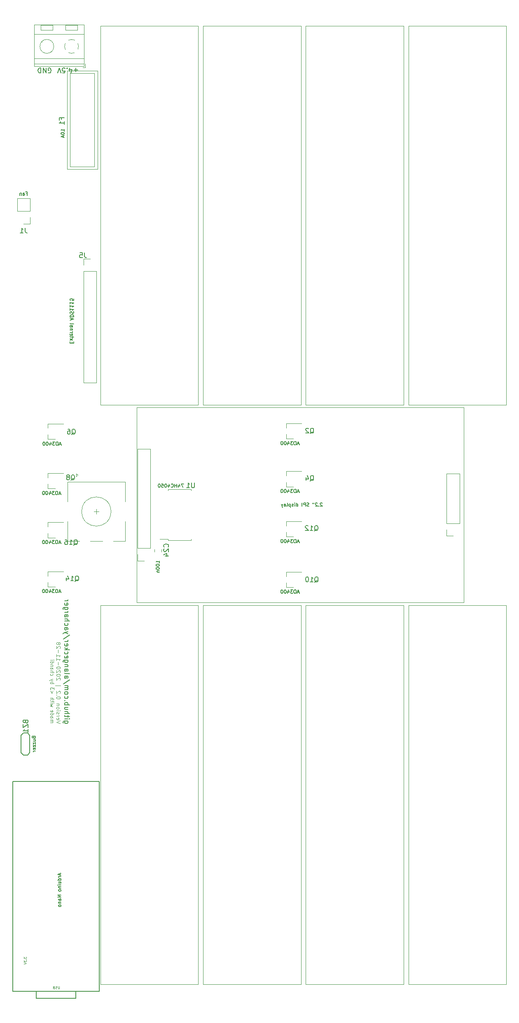
<source format=gbr>
%TF.GenerationSoftware,KiCad,Pcbnew,5.1.8*%
%TF.CreationDate,2020-12-26T20:56:00+01:00*%
%TF.ProjectId,charger2,63686172-6765-4723-922e-6b696361645f,rev?*%
%TF.SameCoordinates,Original*%
%TF.FileFunction,Legend,Bot*%
%TF.FilePolarity,Positive*%
%FSLAX46Y46*%
G04 Gerber Fmt 4.6, Leading zero omitted, Abs format (unit mm)*
G04 Created by KiCad (PCBNEW 5.1.8) date 2020-12-26 20:56:00*
%MOMM*%
%LPD*%
G01*
G04 APERTURE LIST*
%ADD10C,0.150000*%
%ADD11C,0.100000*%
%ADD12C,0.120000*%
%ADD13C,0.075000*%
%ADD14O,1.400000X1.400000*%
%ADD15C,1.400000*%
%ADD16C,3.500000*%
%ADD17R,3.500000X3.500000*%
%ADD18C,3.200000*%
%ADD19O,2.400000X2.400000*%
%ADD20C,2.400000*%
%ADD21R,1.700000X1.700000*%
%ADD22O,1.700000X1.700000*%
%ADD23C,1.727200*%
%ADD24R,1.727200X1.727200*%
%ADD25C,1.850000*%
%ADD26O,3.800000X8.000000*%
%ADD27R,1.000000X1.000000*%
%ADD28C,5.500000*%
%ADD29R,2.000000X2.000000*%
%ADD30C,2.000000*%
%ADD31R,2.000000X3.200000*%
%ADD32R,1.900000X0.800000*%
%ADD33R,2.100000X2.100000*%
%ADD34C,2.100000*%
G04 APERTURE END LIST*
D10*
X-4780095Y-5816000D02*
X-4684857Y-5863619D01*
X-4541999Y-5863619D01*
X-4399142Y-5816000D01*
X-4303904Y-5720761D01*
X-4256285Y-5625523D01*
X-4208666Y-5435047D01*
X-4208666Y-5292190D01*
X-4256285Y-5101714D01*
X-4303904Y-5006476D01*
X-4399142Y-4911238D01*
X-4541999Y-4863619D01*
X-4637238Y-4863619D01*
X-4780095Y-4911238D01*
X-4827714Y-4958857D01*
X-4827714Y-5292190D01*
X-4637238Y-5292190D01*
X-5256285Y-4863619D02*
X-5256285Y-5863619D01*
X-5827714Y-4863619D01*
X-5827714Y-5863619D01*
X-6303904Y-4863619D02*
X-6303904Y-5863619D01*
X-6542000Y-5863619D01*
X-6684857Y-5816000D01*
X-6780095Y-5720761D01*
X-6827714Y-5625523D01*
X-6875333Y-5435047D01*
X-6875333Y-5292190D01*
X-6827714Y-5101714D01*
X-6780095Y-5006476D01*
X-6684857Y-4911238D01*
X-6542000Y-4863619D01*
X-6303904Y-4863619D01*
X1284000Y-5244571D02*
X522095Y-5244571D01*
X903047Y-4863619D02*
X903047Y-5625523D01*
X-382666Y-5530285D02*
X-382666Y-4863619D01*
X-144571Y-5911238D02*
X93523Y-5196952D01*
X-525523Y-5196952D01*
X-906476Y-4958857D02*
X-954095Y-4911238D01*
X-906476Y-4863619D01*
X-858857Y-4911238D01*
X-906476Y-4958857D01*
X-906476Y-4863619D01*
X-1858857Y-5863619D02*
X-1382666Y-5863619D01*
X-1335047Y-5387428D01*
X-1382666Y-5435047D01*
X-1477904Y-5482666D01*
X-1715999Y-5482666D01*
X-1811238Y-5435047D01*
X-1858857Y-5387428D01*
X-1906476Y-5292190D01*
X-1906476Y-5054095D01*
X-1858857Y-4958857D01*
X-1811238Y-4911238D01*
X-1715999Y-4863619D01*
X-1477904Y-4863619D01*
X-1382666Y-4911238D01*
X-1335047Y-4958857D01*
X-2192190Y-5863619D02*
X-2525523Y-4863619D01*
X-2858857Y-5863619D01*
D11*
X-4334666Y-139511333D02*
X-3868000Y-139511333D01*
X-3934666Y-139511333D02*
X-3901333Y-139478000D01*
X-3868000Y-139411333D01*
X-3868000Y-139311333D01*
X-3901333Y-139244666D01*
X-3968000Y-139211333D01*
X-4334666Y-139211333D01*
X-3968000Y-139211333D02*
X-3901333Y-139178000D01*
X-3868000Y-139111333D01*
X-3868000Y-139011333D01*
X-3901333Y-138944666D01*
X-3968000Y-138911333D01*
X-4334666Y-138911333D01*
X-4334666Y-138278000D02*
X-3968000Y-138278000D01*
X-3901333Y-138311333D01*
X-3868000Y-138378000D01*
X-3868000Y-138511333D01*
X-3901333Y-138578000D01*
X-4301333Y-138278000D02*
X-4334666Y-138344666D01*
X-4334666Y-138511333D01*
X-4301333Y-138578000D01*
X-4234666Y-138611333D01*
X-4168000Y-138611333D01*
X-4101333Y-138578000D01*
X-4068000Y-138511333D01*
X-4068000Y-138344666D01*
X-4034666Y-138278000D01*
X-4334666Y-137644666D02*
X-3634666Y-137644666D01*
X-4301333Y-137644666D02*
X-4334666Y-137711333D01*
X-4334666Y-137844666D01*
X-4301333Y-137911333D01*
X-4268000Y-137944666D01*
X-4201333Y-137978000D01*
X-4001333Y-137978000D01*
X-3934666Y-137944666D01*
X-3901333Y-137911333D01*
X-3868000Y-137844666D01*
X-3868000Y-137711333D01*
X-3901333Y-137644666D01*
X-4301333Y-137044666D02*
X-4334666Y-137111333D01*
X-4334666Y-137244666D01*
X-4301333Y-137311333D01*
X-4234666Y-137344666D01*
X-3968000Y-137344666D01*
X-3901333Y-137311333D01*
X-3868000Y-137244666D01*
X-3868000Y-137111333D01*
X-3901333Y-137044666D01*
X-3968000Y-137011333D01*
X-4034666Y-137011333D01*
X-4101333Y-137344666D01*
X-3868000Y-136244666D02*
X-4334666Y-136111333D01*
X-4001333Y-135978000D01*
X-4334666Y-135844666D01*
X-3868000Y-135711333D01*
X-4334666Y-135444666D02*
X-3868000Y-135444666D01*
X-3634666Y-135444666D02*
X-3668000Y-135478000D01*
X-3701333Y-135444666D01*
X-3668000Y-135411333D01*
X-3634666Y-135444666D01*
X-3701333Y-135444666D01*
X-3868000Y-135211333D02*
X-3868000Y-134944666D01*
X-3634666Y-135111333D02*
X-4234666Y-135111333D01*
X-4301333Y-135078000D01*
X-4334666Y-135011333D01*
X-4334666Y-134944666D01*
X-4334666Y-134711333D02*
X-3634666Y-134711333D01*
X-4334666Y-134411333D02*
X-3968000Y-134411333D01*
X-3901333Y-134444666D01*
X-3868000Y-134511333D01*
X-3868000Y-134611333D01*
X-3901333Y-134678000D01*
X-3934666Y-134711333D01*
X-3868000Y-133011333D02*
X-4068000Y-133544666D01*
X-4268000Y-133011333D01*
X-3634666Y-132744666D02*
X-3634666Y-132311333D01*
X-3901333Y-132544666D01*
X-3901333Y-132444666D01*
X-3934666Y-132378000D01*
X-3968000Y-132344666D01*
X-4034666Y-132311333D01*
X-4201333Y-132311333D01*
X-4268000Y-132344666D01*
X-4301333Y-132378000D01*
X-4334666Y-132444666D01*
X-4334666Y-132644666D01*
X-4301333Y-132711333D01*
X-4268000Y-132744666D01*
X-4334666Y-131478000D02*
X-3634666Y-131478000D01*
X-3901333Y-131478000D02*
X-3867999Y-131411333D01*
X-3867999Y-131278000D01*
X-3901333Y-131211333D01*
X-3934666Y-131178000D01*
X-4001333Y-131144666D01*
X-4201333Y-131144666D01*
X-4268000Y-131178000D01*
X-4301333Y-131211333D01*
X-4334666Y-131278000D01*
X-4334666Y-131411333D01*
X-4301333Y-131478000D01*
X-3867999Y-130911333D02*
X-4334666Y-130744666D01*
X-3867999Y-130578000D02*
X-4334666Y-130744666D01*
X-4501333Y-130811333D01*
X-4534666Y-130844666D01*
X-4568000Y-130911333D01*
X-4301333Y-129478000D02*
X-4334666Y-129544666D01*
X-4334666Y-129678000D01*
X-4301333Y-129744666D01*
X-4267999Y-129778000D01*
X-4201333Y-129811333D01*
X-4001333Y-129811333D01*
X-3934666Y-129778000D01*
X-3901333Y-129744666D01*
X-3867999Y-129678000D01*
X-3867999Y-129544666D01*
X-3901333Y-129478000D01*
X-4334666Y-129178000D02*
X-3634666Y-129178000D01*
X-4334666Y-128878000D02*
X-3967999Y-128878000D01*
X-3901333Y-128911333D01*
X-3867999Y-128978000D01*
X-3867999Y-129078000D01*
X-3901333Y-129144666D01*
X-3934666Y-129178000D01*
X-4334666Y-128244666D02*
X-3967999Y-128244666D01*
X-3901333Y-128278000D01*
X-3867999Y-128344666D01*
X-3867999Y-128478000D01*
X-3901333Y-128544666D01*
X-4301333Y-128244666D02*
X-4334666Y-128311333D01*
X-4334666Y-128478000D01*
X-4301333Y-128544666D01*
X-4234666Y-128578000D01*
X-4167999Y-128578000D01*
X-4101333Y-128544666D01*
X-4067999Y-128478000D01*
X-4067999Y-128311333D01*
X-4034666Y-128244666D01*
X-3867999Y-127911333D02*
X-4334666Y-127911333D01*
X-3934666Y-127911333D02*
X-3901333Y-127878000D01*
X-3867999Y-127811333D01*
X-3867999Y-127711333D01*
X-3901333Y-127644666D01*
X-3967999Y-127611333D01*
X-4334666Y-127611333D01*
X-4334666Y-126978000D02*
X-3634666Y-126978000D01*
X-4301333Y-126978000D02*
X-4334666Y-127044666D01*
X-4334666Y-127178000D01*
X-4301333Y-127244666D01*
X-4267999Y-127278000D01*
X-4201333Y-127311333D01*
X-4001333Y-127311333D01*
X-3934666Y-127278000D01*
X-3901333Y-127244666D01*
X-3867999Y-127178000D01*
X-3867999Y-127044666D01*
X-3901333Y-126978000D01*
X-4334666Y-126644666D02*
X-3867999Y-126644666D01*
X-3634666Y-126644666D02*
X-3667999Y-126678000D01*
X-3701333Y-126644666D01*
X-3667999Y-126611333D01*
X-3634666Y-126644666D01*
X-3701333Y-126644666D01*
X-2309904Y-139680952D02*
X-3109904Y-139414285D01*
X-2309904Y-139147619D01*
X-3071809Y-138576190D02*
X-3109904Y-138652380D01*
X-3109904Y-138804761D01*
X-3071809Y-138880952D01*
X-2995619Y-138919047D01*
X-2690857Y-138919047D01*
X-2614666Y-138880952D01*
X-2576571Y-138804761D01*
X-2576571Y-138652380D01*
X-2614666Y-138576190D01*
X-2690857Y-138538095D01*
X-2767047Y-138538095D01*
X-2843238Y-138919047D01*
X-3109904Y-138195238D02*
X-2576571Y-138195238D01*
X-2728952Y-138195238D02*
X-2652761Y-138157142D01*
X-2614666Y-138119047D01*
X-2576571Y-138042857D01*
X-2576571Y-137966666D01*
X-3071809Y-137738095D02*
X-3109904Y-137661904D01*
X-3109904Y-137509523D01*
X-3071809Y-137433333D01*
X-2995619Y-137395238D01*
X-2957523Y-137395238D01*
X-2881333Y-137433333D01*
X-2843238Y-137509523D01*
X-2843238Y-137623809D01*
X-2805142Y-137700000D01*
X-2728952Y-137738095D01*
X-2690857Y-137738095D01*
X-2614666Y-137700000D01*
X-2576571Y-137623809D01*
X-2576571Y-137509523D01*
X-2614666Y-137433333D01*
X-3109904Y-137052380D02*
X-2576571Y-137052380D01*
X-2309904Y-137052380D02*
X-2348000Y-137090476D01*
X-2386095Y-137052380D01*
X-2348000Y-137014285D01*
X-2309904Y-137052380D01*
X-2386095Y-137052380D01*
X-3109904Y-136557142D02*
X-3071809Y-136633333D01*
X-3033714Y-136671428D01*
X-2957523Y-136709523D01*
X-2728952Y-136709523D01*
X-2652761Y-136671428D01*
X-2614666Y-136633333D01*
X-2576571Y-136557142D01*
X-2576571Y-136442857D01*
X-2614666Y-136366666D01*
X-2652761Y-136328571D01*
X-2728952Y-136290476D01*
X-2957523Y-136290476D01*
X-3033714Y-136328571D01*
X-3071809Y-136366666D01*
X-3109904Y-136442857D01*
X-3109904Y-136557142D01*
X-2576571Y-135947619D02*
X-3109904Y-135947619D01*
X-2652761Y-135947619D02*
X-2614666Y-135909523D01*
X-2576571Y-135833333D01*
X-2576571Y-135719047D01*
X-2614666Y-135642857D01*
X-2690857Y-135604761D01*
X-3109904Y-135604761D01*
X-2309904Y-134461904D02*
X-2309904Y-134385714D01*
X-2348000Y-134309523D01*
X-2386095Y-134271428D01*
X-2462285Y-134233333D01*
X-2614666Y-134195238D01*
X-2805142Y-134195238D01*
X-2957523Y-134233333D01*
X-3033714Y-134271428D01*
X-3071809Y-134309523D01*
X-3109904Y-134385714D01*
X-3109904Y-134461904D01*
X-3071809Y-134538095D01*
X-3033714Y-134576190D01*
X-2957523Y-134614285D01*
X-2805142Y-134652380D01*
X-2614666Y-134652380D01*
X-2462285Y-134614285D01*
X-2386095Y-134576190D01*
X-2348000Y-134538095D01*
X-2309904Y-134461904D01*
X-3033714Y-133852380D02*
X-3071809Y-133814285D01*
X-3109904Y-133852380D01*
X-3071809Y-133890476D01*
X-3033714Y-133852380D01*
X-3109904Y-133852380D01*
X-2386095Y-133509523D02*
X-2348000Y-133471428D01*
X-2309904Y-133395238D01*
X-2309904Y-133204761D01*
X-2348000Y-133128571D01*
X-2386095Y-133090476D01*
X-2462285Y-133052380D01*
X-2538476Y-133052380D01*
X-2652761Y-133090476D01*
X-3109904Y-133547619D01*
X-3109904Y-133052380D01*
X-3376571Y-131909523D02*
X-2233714Y-131909523D01*
X-2386095Y-130766666D02*
X-2348000Y-130728571D01*
X-2309904Y-130652380D01*
X-2309904Y-130461904D01*
X-2348000Y-130385714D01*
X-2386095Y-130347619D01*
X-2462285Y-130309523D01*
X-2538476Y-130309523D01*
X-2652761Y-130347619D01*
X-3109904Y-130804761D01*
X-3109904Y-130309523D01*
X-2309904Y-129814285D02*
X-2309904Y-129738095D01*
X-2347999Y-129661904D01*
X-2386095Y-129623809D01*
X-2462285Y-129585714D01*
X-2614666Y-129547619D01*
X-2805142Y-129547619D01*
X-2957523Y-129585714D01*
X-3033714Y-129623809D01*
X-3071809Y-129661904D01*
X-3109904Y-129738095D01*
X-3109904Y-129814285D01*
X-3071809Y-129890476D01*
X-3033714Y-129928571D01*
X-2957523Y-129966666D01*
X-2805142Y-130004761D01*
X-2614666Y-130004761D01*
X-2462285Y-129966666D01*
X-2386095Y-129928571D01*
X-2348000Y-129890476D01*
X-2309904Y-129814285D01*
X-2386095Y-129242857D02*
X-2347999Y-129204761D01*
X-2309904Y-129128571D01*
X-2309904Y-128938095D01*
X-2347999Y-128861904D01*
X-2386095Y-128823809D01*
X-2462285Y-128785714D01*
X-2538476Y-128785714D01*
X-2652761Y-128823809D01*
X-3109904Y-129280952D01*
X-3109904Y-128785714D01*
X-2309904Y-128290476D02*
X-2309904Y-128214285D01*
X-2347999Y-128138095D01*
X-2386095Y-128100000D01*
X-2462285Y-128061904D01*
X-2614666Y-128023809D01*
X-2805142Y-128023809D01*
X-2957523Y-128061904D01*
X-3033714Y-128100000D01*
X-3071809Y-128138095D01*
X-3109904Y-128214285D01*
X-3109904Y-128290476D01*
X-3071809Y-128366666D01*
X-3033714Y-128404761D01*
X-2957523Y-128442857D01*
X-2805142Y-128480952D01*
X-2614666Y-128480952D01*
X-2462285Y-128442857D01*
X-2386095Y-128404761D01*
X-2347999Y-128366666D01*
X-2309904Y-128290476D01*
X-2805142Y-127680952D02*
X-2805142Y-127071428D01*
X-3109904Y-126271428D02*
X-3109904Y-126728571D01*
X-3109904Y-126500000D02*
X-2309904Y-126500000D01*
X-2424190Y-126576190D01*
X-2500380Y-126652380D01*
X-2538476Y-126728571D01*
X-3109904Y-125509523D02*
X-3109904Y-125966666D01*
X-3109904Y-125738095D02*
X-2309904Y-125738095D01*
X-2424190Y-125814285D01*
X-2500380Y-125890476D01*
X-2538476Y-125966666D01*
X-2805142Y-125166666D02*
X-2805142Y-124557142D01*
X-2386095Y-124214285D02*
X-2347999Y-124176190D01*
X-2309904Y-124100000D01*
X-2309904Y-123909523D01*
X-2347999Y-123833333D01*
X-2386095Y-123795238D01*
X-2462285Y-123757142D01*
X-2538476Y-123757142D01*
X-2652761Y-123795238D01*
X-3109904Y-124252380D01*
X-3109904Y-123757142D01*
X-2652761Y-123300000D02*
X-2614666Y-123376190D01*
X-2576571Y-123414285D01*
X-2500380Y-123452380D01*
X-2462285Y-123452380D01*
X-2386095Y-123414285D01*
X-2347999Y-123376190D01*
X-2309904Y-123300000D01*
X-2309904Y-123147619D01*
X-2347999Y-123071428D01*
X-2386095Y-123033333D01*
X-2462285Y-122995238D01*
X-2500380Y-122995238D01*
X-2576571Y-123033333D01*
X-2614666Y-123071428D01*
X-2652761Y-123147619D01*
X-2652761Y-123300000D01*
X-2690857Y-123376190D01*
X-2728952Y-123414285D01*
X-2805142Y-123452380D01*
X-2957523Y-123452380D01*
X-3033714Y-123414285D01*
X-3071809Y-123376190D01*
X-3109904Y-123300000D01*
X-3109904Y-123147619D01*
X-3071809Y-123071428D01*
X-3033714Y-123033333D01*
X-2957523Y-122995238D01*
X-2805142Y-122995238D01*
X-2728952Y-123033333D01*
X-2690857Y-123071428D01*
X-2652761Y-123147619D01*
D10*
X-755714Y-139220095D02*
X-1565238Y-139220095D01*
X-1660476Y-139267714D01*
X-1708095Y-139315333D01*
X-1755714Y-139410571D01*
X-1755714Y-139553428D01*
X-1708095Y-139648666D01*
X-1374761Y-139220095D02*
X-1422380Y-139315333D01*
X-1422380Y-139505809D01*
X-1374761Y-139601047D01*
X-1327142Y-139648666D01*
X-1231904Y-139696285D01*
X-946190Y-139696285D01*
X-850952Y-139648666D01*
X-803333Y-139601047D01*
X-755714Y-139505809D01*
X-755714Y-139315333D01*
X-803333Y-139220095D01*
X-1422380Y-138743904D02*
X-755714Y-138743904D01*
X-422380Y-138743904D02*
X-470000Y-138791523D01*
X-517619Y-138743904D01*
X-470000Y-138696285D01*
X-422380Y-138743904D01*
X-517619Y-138743904D01*
X-755714Y-138410571D02*
X-755714Y-138029619D01*
X-422380Y-138267714D02*
X-1279523Y-138267714D01*
X-1374761Y-138220095D01*
X-1422380Y-138124857D01*
X-1422380Y-138029619D01*
X-1422380Y-137696285D02*
X-422380Y-137696285D01*
X-1422380Y-137267714D02*
X-898571Y-137267714D01*
X-803333Y-137315333D01*
X-755714Y-137410571D01*
X-755714Y-137553428D01*
X-803333Y-137648666D01*
X-850952Y-137696285D01*
X-755714Y-136362952D02*
X-1422380Y-136362952D01*
X-755714Y-136791523D02*
X-1279523Y-136791523D01*
X-1374761Y-136743904D01*
X-1422380Y-136648666D01*
X-1422380Y-136505809D01*
X-1374761Y-136410571D01*
X-1327142Y-136362952D01*
X-1422380Y-135886761D02*
X-422380Y-135886761D01*
X-803333Y-135886761D02*
X-755714Y-135791523D01*
X-755714Y-135601047D01*
X-803333Y-135505809D01*
X-850952Y-135458190D01*
X-946190Y-135410571D01*
X-1231904Y-135410571D01*
X-1327142Y-135458190D01*
X-1374761Y-135505809D01*
X-1422380Y-135601047D01*
X-1422380Y-135791523D01*
X-1374761Y-135886761D01*
X-1327142Y-134982000D02*
X-1374761Y-134934380D01*
X-1422380Y-134982000D01*
X-1374761Y-135029619D01*
X-1327142Y-134982000D01*
X-1422380Y-134982000D01*
X-1374761Y-134077238D02*
X-1422380Y-134172476D01*
X-1422380Y-134362952D01*
X-1374761Y-134458190D01*
X-1327142Y-134505809D01*
X-1231904Y-134553428D01*
X-946190Y-134553428D01*
X-850952Y-134505809D01*
X-803333Y-134458190D01*
X-755714Y-134362952D01*
X-755714Y-134172476D01*
X-803333Y-134077238D01*
X-1422380Y-133505809D02*
X-1374761Y-133601047D01*
X-1327142Y-133648666D01*
X-1231904Y-133696285D01*
X-946190Y-133696285D01*
X-850952Y-133648666D01*
X-803333Y-133601047D01*
X-755714Y-133505809D01*
X-755714Y-133362952D01*
X-803333Y-133267714D01*
X-850952Y-133220095D01*
X-946190Y-133172476D01*
X-1231904Y-133172476D01*
X-1327142Y-133220095D01*
X-1374761Y-133267714D01*
X-1422380Y-133362952D01*
X-1422380Y-133505809D01*
X-1422380Y-132743904D02*
X-755714Y-132743904D01*
X-850952Y-132743904D02*
X-803333Y-132696285D01*
X-755714Y-132601047D01*
X-755714Y-132458190D01*
X-803333Y-132362952D01*
X-898571Y-132315333D01*
X-1422380Y-132315333D01*
X-898571Y-132315333D02*
X-803333Y-132267714D01*
X-755714Y-132172476D01*
X-755714Y-132029619D01*
X-803333Y-131934380D01*
X-898571Y-131886761D01*
X-1422380Y-131886761D01*
X-374761Y-130696285D02*
X-1660476Y-131553428D01*
X-1422380Y-129934380D02*
X-898571Y-129934380D01*
X-803333Y-129982000D01*
X-755714Y-130077238D01*
X-755714Y-130267714D01*
X-803333Y-130362952D01*
X-1374761Y-129934380D02*
X-1422380Y-130029619D01*
X-1422380Y-130267714D01*
X-1374761Y-130362952D01*
X-1279523Y-130410571D01*
X-1184285Y-130410571D01*
X-1089047Y-130362952D01*
X-1041428Y-130267714D01*
X-1041428Y-130029619D01*
X-993809Y-129934380D01*
X-1422380Y-129315333D02*
X-1374761Y-129410571D01*
X-1279523Y-129458190D01*
X-422380Y-129458190D01*
X-1422380Y-128505809D02*
X-898571Y-128505809D01*
X-803333Y-128553428D01*
X-755714Y-128648666D01*
X-755714Y-128839142D01*
X-803333Y-128934380D01*
X-1374761Y-128505809D02*
X-1422380Y-128601047D01*
X-1422380Y-128839142D01*
X-1374761Y-128934380D01*
X-1279523Y-128982000D01*
X-1184285Y-128982000D01*
X-1089047Y-128934380D01*
X-1041428Y-128839142D01*
X-1041428Y-128601047D01*
X-993809Y-128505809D01*
X-755714Y-128029619D02*
X-1422380Y-128029619D01*
X-850952Y-128029619D02*
X-803333Y-127982000D01*
X-755714Y-127886761D01*
X-755714Y-127743904D01*
X-803333Y-127648666D01*
X-898571Y-127601047D01*
X-1422380Y-127601047D01*
X-755714Y-126696285D02*
X-1565238Y-126696285D01*
X-1660476Y-126743904D01*
X-1708095Y-126791523D01*
X-1755714Y-126886761D01*
X-1755714Y-127029619D01*
X-1708095Y-127124857D01*
X-1374761Y-126696285D02*
X-1422380Y-126791523D01*
X-1422380Y-126982000D01*
X-1374761Y-127077238D01*
X-1327142Y-127124857D01*
X-1231904Y-127172476D01*
X-946190Y-127172476D01*
X-850952Y-127124857D01*
X-803333Y-127077238D01*
X-755714Y-126982000D01*
X-755714Y-126791523D01*
X-803333Y-126696285D01*
X-1374761Y-125839142D02*
X-1422380Y-125934380D01*
X-1422380Y-126124857D01*
X-1374761Y-126220095D01*
X-1279523Y-126267714D01*
X-898571Y-126267714D01*
X-803333Y-126220095D01*
X-755714Y-126124857D01*
X-755714Y-125934380D01*
X-803333Y-125839142D01*
X-898571Y-125791523D01*
X-993809Y-125791523D01*
X-1089047Y-126267714D01*
X-1374761Y-124934380D02*
X-1422380Y-125029619D01*
X-1422380Y-125220095D01*
X-1374761Y-125315333D01*
X-1327142Y-125362952D01*
X-1231904Y-125410571D01*
X-946190Y-125410571D01*
X-850952Y-125362952D01*
X-803333Y-125315333D01*
X-755714Y-125220095D01*
X-755714Y-125029619D01*
X-803333Y-124934380D01*
X-1422380Y-124505809D02*
X-422380Y-124505809D01*
X-1041428Y-124410571D02*
X-1422380Y-124124857D01*
X-755714Y-124124857D02*
X-1136666Y-124505809D01*
X-1374761Y-123315333D02*
X-1422380Y-123410571D01*
X-1422380Y-123601047D01*
X-1374761Y-123696285D01*
X-1279523Y-123743904D01*
X-898571Y-123743904D01*
X-803333Y-123696285D01*
X-755714Y-123601047D01*
X-755714Y-123410571D01*
X-803333Y-123315333D01*
X-898571Y-123267714D01*
X-993809Y-123267714D01*
X-1089047Y-123743904D01*
X-1422380Y-122839142D02*
X-755714Y-122839142D01*
X-946190Y-122839142D02*
X-850952Y-122791523D01*
X-803333Y-122743904D01*
X-755714Y-122648666D01*
X-755714Y-122553428D01*
X-374761Y-121505809D02*
X-1660476Y-122362952D01*
X-755714Y-121267714D02*
X-1422380Y-121029619D01*
X-755714Y-120791523D02*
X-1422380Y-121029619D01*
X-1660476Y-121124857D01*
X-1708095Y-121172476D01*
X-1755714Y-121267714D01*
X-1422380Y-119982000D02*
X-898571Y-119982000D01*
X-803333Y-120029619D01*
X-755714Y-120124857D01*
X-755714Y-120315333D01*
X-803333Y-120410571D01*
X-1374761Y-119982000D02*
X-1422380Y-120077238D01*
X-1422380Y-120315333D01*
X-1374761Y-120410571D01*
X-1279523Y-120458190D01*
X-1184285Y-120458190D01*
X-1089047Y-120410571D01*
X-1041428Y-120315333D01*
X-1041428Y-120077238D01*
X-993809Y-119982000D01*
X-1374761Y-119077238D02*
X-1422380Y-119172476D01*
X-1422380Y-119362952D01*
X-1374761Y-119458190D01*
X-1327142Y-119505809D01*
X-1231904Y-119553428D01*
X-946190Y-119553428D01*
X-850952Y-119505809D01*
X-803333Y-119458190D01*
X-755714Y-119362952D01*
X-755714Y-119172476D01*
X-803333Y-119077238D01*
X-1422380Y-118648666D02*
X-422380Y-118648666D01*
X-1422380Y-118220095D02*
X-898571Y-118220095D01*
X-803333Y-118267714D01*
X-755714Y-118362952D01*
X-755714Y-118505809D01*
X-803333Y-118601047D01*
X-850952Y-118648666D01*
X-1422380Y-117315333D02*
X-898571Y-117315333D01*
X-803333Y-117362952D01*
X-755714Y-117458190D01*
X-755714Y-117648666D01*
X-803333Y-117743904D01*
X-1374761Y-117315333D02*
X-1422380Y-117410571D01*
X-1422380Y-117648666D01*
X-1374761Y-117743904D01*
X-1279523Y-117791523D01*
X-1184285Y-117791523D01*
X-1089047Y-117743904D01*
X-1041428Y-117648666D01*
X-1041428Y-117410571D01*
X-993809Y-117315333D01*
X-1422380Y-116839142D02*
X-755714Y-116839142D01*
X-946190Y-116839142D02*
X-850952Y-116791523D01*
X-803333Y-116743904D01*
X-755714Y-116648666D01*
X-755714Y-116553428D01*
X-755714Y-115791523D02*
X-1565238Y-115791523D01*
X-1660476Y-115839142D01*
X-1708095Y-115886761D01*
X-1755714Y-115982000D01*
X-1755714Y-116124857D01*
X-1708095Y-116220095D01*
X-1374761Y-115791523D02*
X-1422380Y-115886761D01*
X-1422380Y-116077238D01*
X-1374761Y-116172476D01*
X-1327142Y-116220095D01*
X-1231904Y-116267714D01*
X-946190Y-116267714D01*
X-850952Y-116220095D01*
X-803333Y-116172476D01*
X-755714Y-116077238D01*
X-755714Y-115886761D01*
X-803333Y-115791523D01*
X-1374761Y-114934380D02*
X-1422380Y-115029619D01*
X-1422380Y-115220095D01*
X-1374761Y-115315333D01*
X-1279523Y-115362952D01*
X-898571Y-115362952D01*
X-803333Y-115315333D01*
X-755714Y-115220095D01*
X-755714Y-115029619D01*
X-803333Y-114934380D01*
X-898571Y-114886761D01*
X-993809Y-114886761D01*
X-1089047Y-115362952D01*
X-1422380Y-114458190D02*
X-755714Y-114458190D01*
X-946190Y-114458190D02*
X-850952Y-114410571D01*
X-803333Y-114362952D01*
X-755714Y-114267714D01*
X-755714Y-114172476D01*
D12*
X69250000Y3800000D02*
X69250000Y-74200000D01*
X69250000Y-74200000D02*
X89350000Y-74200000D01*
X89350000Y-74200000D02*
X89350000Y3800000D01*
X89350000Y3800000D02*
X69250000Y3800000D01*
X48150000Y-115400000D02*
X48150000Y-193400000D01*
X48150000Y-193400000D02*
X68250000Y-193400000D01*
X68250000Y-193400000D02*
X68250000Y-115400000D01*
X68250000Y-115400000D02*
X48150000Y-115400000D01*
X47150000Y3800000D02*
X27050000Y3800000D01*
X47150000Y-74200000D02*
X47150000Y3800000D01*
X27050000Y-74200000D02*
X47150000Y-74200000D01*
X27050000Y3800000D02*
X27050000Y-74200000D01*
X26050000Y3800000D02*
X5950000Y3800000D01*
X26050000Y-74200000D02*
X26050000Y3800000D01*
X5950000Y-74200000D02*
X26050000Y-74200000D01*
X5950000Y3800000D02*
X5950000Y-74200000D01*
X-11190000Y-34272000D02*
X-8530000Y-34272000D01*
X-11190000Y-34272000D02*
X-11190000Y-31672000D01*
X-11190000Y-31672000D02*
X-8530000Y-31672000D01*
X-8530000Y-34272000D02*
X-8530000Y-31672000D01*
X-8530000Y-36872000D02*
X-8530000Y-35542000D01*
X-9860000Y-36872000D02*
X-8530000Y-36872000D01*
X5950000Y-115400000D02*
X5950000Y-193400000D01*
X5950000Y-193400000D02*
X26050000Y-193400000D01*
X26050000Y-193400000D02*
X26050000Y-115400000D01*
X26050000Y-115400000D02*
X5950000Y-115400000D01*
X27050000Y-115400000D02*
X27050000Y-193400000D01*
X27050000Y-193400000D02*
X47150000Y-193400000D01*
X47150000Y-193400000D02*
X47150000Y-115400000D01*
X47150000Y-115400000D02*
X27050000Y-115400000D01*
X69250000Y-115400000D02*
X69250000Y-193400000D01*
X69250000Y-193400000D02*
X89350000Y-193400000D01*
X89350000Y-193400000D02*
X89350000Y-115400000D01*
X89350000Y-115400000D02*
X69250000Y-115400000D01*
X68250000Y3800000D02*
X48150000Y3800000D01*
X68250000Y-74200000D02*
X68250000Y3800000D01*
X48150000Y-74200000D02*
X68250000Y-74200000D01*
X48150000Y3800000D02*
X48150000Y-74200000D01*
X22200000Y-91540000D02*
X24585000Y-91540000D01*
X24585000Y-91540000D02*
X24585000Y-91795000D01*
X22200000Y-91540000D02*
X19815000Y-91540000D01*
X19815000Y-91540000D02*
X19815000Y-91795000D01*
X22200000Y-102060000D02*
X24585000Y-102060000D01*
X24585000Y-102060000D02*
X24585000Y-101805000D01*
X22200000Y-102060000D02*
X19815000Y-102060000D01*
X19815000Y-102060000D02*
X19815000Y-101805000D01*
X19815000Y-101805000D02*
X18150000Y-101805000D01*
D10*
X5690000Y-151620000D02*
X5690000Y-194800000D01*
X-12090000Y-151620000D02*
X-12090000Y-194800000D01*
X5690000Y-194800000D02*
X-12090000Y-194800000D01*
X5690000Y-151620000D02*
X-12090000Y-151620000D01*
X-7264000Y-196250000D02*
X-7264000Y-194800000D01*
X864000Y-196250000D02*
X-7264000Y-196250000D01*
X864000Y-194800000D02*
X864000Y-196250000D01*
D12*
X77090000Y-99780000D02*
X77090000Y-101110000D01*
X77090000Y-101110000D02*
X78420000Y-101110000D01*
X77090000Y-98510000D02*
X77090000Y-88290000D01*
X79750000Y-98510000D02*
X79750000Y-88290000D01*
X77090000Y-88290000D02*
X79750000Y-88290000D01*
X77090000Y-98510000D02*
X79750000Y-98510000D01*
X80600000Y-114800000D02*
X80600000Y-74700000D01*
X13400000Y-74700000D02*
X80600000Y-74700000D01*
X13400000Y-114800000D02*
X13400000Y-74700000D01*
X13400000Y-114800000D02*
X80600000Y-114800000D01*
X13572000Y-103626000D02*
X13572000Y-83246000D01*
X13572000Y-104896000D02*
X13572000Y-106226000D01*
X16232000Y-103626000D02*
X16232000Y-83246000D01*
X13572000Y-106226000D02*
X14902000Y-106226000D01*
X13572000Y-103626000D02*
X16232000Y-103626000D01*
X13572000Y-83246000D02*
X16232000Y-83246000D01*
X5130000Y-46670000D02*
X2470000Y-46670000D01*
X5130000Y-46670000D02*
X5130000Y-69590000D01*
X5130000Y-69590000D02*
X2470000Y-69590000D01*
X2470000Y-46670000D02*
X2470000Y-69590000D01*
X2470000Y-44070000D02*
X2470000Y-45400000D01*
X3800000Y-44070000D02*
X2470000Y-44070000D01*
X18450000Y-104431252D02*
X18450000Y-103908748D01*
X17030000Y-104431252D02*
X17030000Y-103908748D01*
X-920000Y-5430000D02*
X-920000Y-25670000D01*
X-920000Y-5430000D02*
X5320000Y-5430000D01*
X5320000Y-25670000D02*
X-920000Y-25670000D01*
X5320000Y-25670000D02*
X5320000Y-5430000D01*
X-300000Y-25150000D02*
X4700000Y-25150000D01*
X-300000Y-5950000D02*
X-300000Y-25150000D01*
X4700000Y-5950000D02*
X-300000Y-5950000D01*
X4700000Y-25150000D02*
X4700000Y-5950000D01*
X5100000Y-95600000D02*
X5100000Y-96600000D01*
X4600000Y-96100000D02*
X5600000Y-96100000D01*
X8600000Y-102200000D02*
X11000000Y-102200000D01*
X3800000Y-102200000D02*
X6400000Y-102200000D01*
X-800000Y-102200000D02*
X1600000Y-102200000D01*
X1000000Y-88900000D02*
X1300000Y-88600000D01*
X1000000Y-88300000D02*
X1000000Y-88900000D01*
X1300000Y-88600000D02*
X1000000Y-88300000D01*
X-800000Y-90000000D02*
X11000000Y-90000000D01*
X-800000Y-94100000D02*
X-800000Y-90000000D01*
X11000000Y-94100000D02*
X11000000Y-90000000D01*
X11000000Y-102200000D02*
X11000000Y-98100000D01*
X-800000Y-98100000D02*
X-800000Y-102200000D01*
X8100000Y-96100000D02*
G75*
G03*
X8100000Y-96100000I-3000000J0D01*
G01*
X-4860000Y-101480000D02*
X-3400000Y-101480000D01*
X-4860000Y-98320000D02*
X-1700000Y-98320000D01*
X-4860000Y-98320000D02*
X-4860000Y-99250000D01*
X-4860000Y-101480000D02*
X-4860000Y-100550000D01*
X-4860000Y-111580000D02*
X-3400000Y-111580000D01*
X-4860000Y-108420000D02*
X-1700000Y-108420000D01*
X-4860000Y-108420000D02*
X-4860000Y-109350000D01*
X-4860000Y-111580000D02*
X-4860000Y-110650000D01*
X44140000Y-101280000D02*
X45600000Y-101280000D01*
X44140000Y-98120000D02*
X47300000Y-98120000D01*
X44140000Y-98120000D02*
X44140000Y-99050000D01*
X44140000Y-101280000D02*
X44140000Y-100350000D01*
X44140000Y-111680000D02*
X45600000Y-111680000D01*
X44140000Y-108520000D02*
X47300000Y-108520000D01*
X44140000Y-108520000D02*
X44140000Y-109450000D01*
X44140000Y-111680000D02*
X44140000Y-110750000D01*
X-4860000Y-91380000D02*
X-4860000Y-90450000D01*
X-4860000Y-88220000D02*
X-4860000Y-89150000D01*
X-4860000Y-88220000D02*
X-1700000Y-88220000D01*
X-4860000Y-91380000D02*
X-3400000Y-91380000D01*
X-4860000Y-81180000D02*
X-4860000Y-80250000D01*
X-4860000Y-78020000D02*
X-4860000Y-78950000D01*
X-4860000Y-78020000D02*
X-1700000Y-78020000D01*
X-4860000Y-81180000D02*
X-3400000Y-81180000D01*
X44140000Y-90980000D02*
X44140000Y-90050000D01*
X44140000Y-87820000D02*
X44140000Y-88750000D01*
X44140000Y-87820000D02*
X47300000Y-87820000D01*
X44140000Y-90980000D02*
X45600000Y-90980000D01*
X44140000Y-81130000D02*
X44140000Y-80200000D01*
X44140000Y-77970000D02*
X44140000Y-78900000D01*
X44140000Y-77970000D02*
X47300000Y-77970000D01*
X44140000Y-81130000D02*
X45600000Y-81130000D01*
X2840000Y-4750000D02*
X2340000Y-4750000D01*
X2840000Y-4010000D02*
X2840000Y-4750000D01*
X-6330000Y4000000D02*
X-6330000Y3000000D01*
X-3830000Y4000000D02*
X-3830000Y3000000D01*
X-3830000Y3000000D02*
X-6330000Y3000000D01*
X-3830000Y4000000D02*
X-6330000Y4000000D01*
X-4056000Y-1250000D02*
X-3996000Y-1310000D01*
X-5991000Y685000D02*
X-5951000Y645000D01*
X-4210000Y-1445000D02*
X-4170000Y-1485000D01*
X-6165000Y510000D02*
X-6105000Y451000D01*
X-1250000Y4000000D02*
X-1250000Y3000000D01*
X1250000Y4000000D02*
X1250000Y3000000D01*
X1250000Y3000000D02*
X-1250000Y3000000D01*
X1250000Y4000000D02*
X-1250000Y4000000D01*
X-7680000Y4060000D02*
X-7680000Y-4510000D01*
X2600000Y4060000D02*
X2600000Y-4510000D01*
X2600000Y-4510000D02*
X-7680000Y-4510000D01*
X2600000Y4060000D02*
X-7680000Y4060000D01*
X2600000Y2150000D02*
X-7680000Y2150000D01*
X2600000Y-2850000D02*
X-7680000Y-2850000D01*
X2600000Y-3950000D02*
X-7680000Y-3950000D01*
X-3650000Y-400000D02*
G75*
G03*
X-3650000Y-400000I-1430000J0D01*
G01*
X-626871Y-1685275D02*
G75*
G03*
X0Y-1830000I626871J1285275D01*
G01*
X-1285824Y227362D02*
G75*
G03*
X-1286000Y-1027000I1285824J-627362D01*
G01*
X627362Y885824D02*
G75*
G03*
X-627000Y886000I-627362J-1285824D01*
G01*
X1286611Y-1026746D02*
G75*
G03*
X1286000Y228000I-1286611J626746D01*
G01*
X-24280Y-1830940D02*
G75*
G03*
X628000Y-1686000I24280J1430940D01*
G01*
D10*
X-10370000Y-142120000D02*
X-10370000Y-145720000D01*
X-10370000Y-145720000D02*
X-9870000Y-146220000D01*
X-9870000Y-146220000D02*
X-9070000Y-146220000D01*
X-9070000Y-146220000D02*
X-8570000Y-145720000D01*
X-8570000Y-145720000D02*
X-8570000Y-142120000D01*
X-8570000Y-142120000D02*
X-9070000Y-141620000D01*
X-9070000Y-141620000D02*
X-9870000Y-141620000D01*
X-9870000Y-141620000D02*
X-10370000Y-142120000D01*
X-9526666Y-37764380D02*
X-9526666Y-38478666D01*
X-9479047Y-38621523D01*
X-9383809Y-38716761D01*
X-9240952Y-38764380D01*
X-9145714Y-38764380D01*
X-10526666Y-38764380D02*
X-9955238Y-38764380D01*
X-10240952Y-38764380D02*
X-10240952Y-37764380D01*
X-10145714Y-37907238D01*
X-10050476Y-38002476D01*
X-9955238Y-38050095D01*
X-9326666Y-30666000D02*
X-9093333Y-30666000D01*
X-9093333Y-31032666D02*
X-9093333Y-30332666D01*
X-9426666Y-30332666D01*
X-9993333Y-31032666D02*
X-9993333Y-30666000D01*
X-9960000Y-30599333D01*
X-9893333Y-30566000D01*
X-9760000Y-30566000D01*
X-9693333Y-30599333D01*
X-9993333Y-30999333D02*
X-9926666Y-31032666D01*
X-9760000Y-31032666D01*
X-9693333Y-30999333D01*
X-9660000Y-30932666D01*
X-9660000Y-30866000D01*
X-9693333Y-30799333D01*
X-9760000Y-30766000D01*
X-9926666Y-30766000D01*
X-9993333Y-30732666D01*
X-10326666Y-30566000D02*
X-10326666Y-31032666D01*
X-10326666Y-30632666D02*
X-10360000Y-30599333D01*
X-10426666Y-30566000D01*
X-10526666Y-30566000D01*
X-10593333Y-30599333D01*
X-10626666Y-30666000D01*
X-10626666Y-31032666D01*
X25261904Y-90202380D02*
X25261904Y-91011904D01*
X25214285Y-91107142D01*
X25166666Y-91154761D01*
X25071428Y-91202380D01*
X24880952Y-91202380D01*
X24785714Y-91154761D01*
X24738095Y-91107142D01*
X24690476Y-91011904D01*
X24690476Y-90202380D01*
X23690476Y-91202380D02*
X24261904Y-91202380D01*
X23976190Y-91202380D02*
X23976190Y-90202380D01*
X24071428Y-90345238D01*
X24166666Y-90440476D01*
X24261904Y-90488095D01*
X23016666Y-90416666D02*
X22550000Y-90416666D01*
X22850000Y-91116666D01*
X21983333Y-90650000D02*
X21983333Y-91116666D01*
X22150000Y-90383333D02*
X22316666Y-90883333D01*
X21883333Y-90883333D01*
X21616666Y-91116666D02*
X21616666Y-90416666D01*
X21616666Y-90750000D02*
X21216666Y-90750000D01*
X21216666Y-91116666D02*
X21216666Y-90416666D01*
X20483333Y-91050000D02*
X20516666Y-91083333D01*
X20616666Y-91116666D01*
X20683333Y-91116666D01*
X20783333Y-91083333D01*
X20850000Y-91016666D01*
X20883333Y-90950000D01*
X20916666Y-90816666D01*
X20916666Y-90716666D01*
X20883333Y-90583333D01*
X20850000Y-90516666D01*
X20783333Y-90450000D01*
X20683333Y-90416666D01*
X20616666Y-90416666D01*
X20516666Y-90450000D01*
X20483333Y-90483333D01*
X19883333Y-90650000D02*
X19883333Y-91116666D01*
X20050000Y-90383333D02*
X20216666Y-90883333D01*
X19783333Y-90883333D01*
X19383333Y-90416666D02*
X19316666Y-90416666D01*
X19250000Y-90450000D01*
X19216666Y-90483333D01*
X19183333Y-90550000D01*
X19150000Y-90683333D01*
X19150000Y-90850000D01*
X19183333Y-90983333D01*
X19216666Y-91050000D01*
X19250000Y-91083333D01*
X19316666Y-91116666D01*
X19383333Y-91116666D01*
X19450000Y-91083333D01*
X19483333Y-91050000D01*
X19516666Y-90983333D01*
X19550000Y-90850000D01*
X19550000Y-90683333D01*
X19516666Y-90550000D01*
X19483333Y-90483333D01*
X19450000Y-90450000D01*
X19383333Y-90416666D01*
X18516666Y-90416666D02*
X18850000Y-90416666D01*
X18883333Y-90750000D01*
X18850000Y-90716666D01*
X18783333Y-90683333D01*
X18616666Y-90683333D01*
X18550000Y-90716666D01*
X18516666Y-90750000D01*
X18483333Y-90816666D01*
X18483333Y-90983333D01*
X18516666Y-91050000D01*
X18550000Y-91083333D01*
X18616666Y-91116666D01*
X18783333Y-91116666D01*
X18850000Y-91083333D01*
X18883333Y-91050000D01*
X18050000Y-90416666D02*
X17983333Y-90416666D01*
X17916666Y-90450000D01*
X17883333Y-90483333D01*
X17850000Y-90550000D01*
X17816666Y-90683333D01*
X17816666Y-90850000D01*
X17850000Y-90983333D01*
X17883333Y-91050000D01*
X17916666Y-91083333D01*
X17983333Y-91116666D01*
X18050000Y-91116666D01*
X18116666Y-91083333D01*
X18150000Y-91050000D01*
X18183333Y-90983333D01*
X18216666Y-90850000D01*
X18216666Y-90683333D01*
X18183333Y-90550000D01*
X18150000Y-90483333D01*
X18116666Y-90450000D01*
X18050000Y-90416666D01*
X-2377333Y-170572000D02*
X-2377333Y-170905333D01*
X-2177333Y-170505333D02*
X-2877333Y-170738666D01*
X-2177333Y-170972000D01*
X-2177333Y-171205333D02*
X-2644000Y-171205333D01*
X-2510666Y-171205333D02*
X-2577333Y-171238666D01*
X-2610666Y-171272000D01*
X-2644000Y-171338666D01*
X-2644000Y-171405333D01*
X-2177333Y-171938666D02*
X-2877333Y-171938666D01*
X-2210666Y-171938666D02*
X-2177333Y-171872000D01*
X-2177333Y-171738666D01*
X-2210666Y-171672000D01*
X-2244000Y-171638666D01*
X-2310666Y-171605333D01*
X-2510666Y-171605333D01*
X-2577333Y-171638666D01*
X-2610666Y-171672000D01*
X-2644000Y-171738666D01*
X-2644000Y-171872000D01*
X-2610666Y-171938666D01*
X-2644000Y-172572000D02*
X-2177333Y-172572000D01*
X-2644000Y-172272000D02*
X-2277333Y-172272000D01*
X-2210666Y-172305333D01*
X-2177333Y-172372000D01*
X-2177333Y-172472000D01*
X-2210666Y-172538666D01*
X-2244000Y-172572000D01*
X-2177333Y-172905333D02*
X-2644000Y-172905333D01*
X-2877333Y-172905333D02*
X-2844000Y-172872000D01*
X-2810666Y-172905333D01*
X-2844000Y-172938666D01*
X-2877333Y-172905333D01*
X-2810666Y-172905333D01*
X-2644000Y-173238666D02*
X-2177333Y-173238666D01*
X-2577333Y-173238666D02*
X-2610666Y-173272000D01*
X-2644000Y-173338666D01*
X-2644000Y-173438666D01*
X-2610666Y-173505333D01*
X-2544000Y-173538666D01*
X-2177333Y-173538666D01*
X-2177333Y-173972000D02*
X-2210666Y-173905333D01*
X-2244000Y-173872000D01*
X-2310666Y-173838666D01*
X-2510666Y-173838666D01*
X-2577333Y-173872000D01*
X-2610666Y-173905333D01*
X-2644000Y-173972000D01*
X-2644000Y-174072000D01*
X-2610666Y-174138666D01*
X-2577333Y-174172000D01*
X-2510666Y-174205333D01*
X-2310666Y-174205333D01*
X-2244000Y-174172000D01*
X-2210666Y-174138666D01*
X-2177333Y-174072000D01*
X-2177333Y-173972000D01*
X-2177333Y-175038666D02*
X-2877333Y-175038666D01*
X-2177333Y-175438666D01*
X-2877333Y-175438666D01*
X-2177333Y-176072000D02*
X-2544000Y-176072000D01*
X-2610666Y-176038666D01*
X-2644000Y-175972000D01*
X-2644000Y-175838666D01*
X-2610666Y-175772000D01*
X-2210666Y-176072000D02*
X-2177333Y-176005333D01*
X-2177333Y-175838666D01*
X-2210666Y-175772000D01*
X-2277333Y-175738666D01*
X-2344000Y-175738666D01*
X-2410666Y-175772000D01*
X-2444000Y-175838666D01*
X-2444000Y-176005333D01*
X-2477333Y-176072000D01*
X-2644000Y-176405333D02*
X-2177333Y-176405333D01*
X-2577333Y-176405333D02*
X-2610666Y-176438666D01*
X-2644000Y-176505333D01*
X-2644000Y-176605333D01*
X-2610666Y-176672000D01*
X-2544000Y-176705333D01*
X-2177333Y-176705333D01*
X-2177333Y-177138666D02*
X-2210666Y-177072000D01*
X-2244000Y-177038666D01*
X-2310666Y-177005333D01*
X-2510666Y-177005333D01*
X-2577333Y-177038666D01*
X-2610666Y-177072000D01*
X-2644000Y-177138666D01*
X-2644000Y-177238666D01*
X-2610666Y-177305333D01*
X-2577333Y-177338666D01*
X-2510666Y-177372000D01*
X-2310666Y-177372000D01*
X-2244000Y-177338666D01*
X-2210666Y-177305333D01*
X-2177333Y-177238666D01*
X-2177333Y-177138666D01*
D13*
X-2518247Y-193789590D02*
X-2518247Y-194194352D01*
X-2542057Y-194241971D01*
X-2565866Y-194265780D01*
X-2613485Y-194289590D01*
X-2708723Y-194289590D01*
X-2756342Y-194265780D01*
X-2780152Y-194241971D01*
X-2803961Y-194194352D01*
X-2803961Y-193789590D01*
X-3018247Y-194265780D02*
X-3089676Y-194289590D01*
X-3208723Y-194289590D01*
X-3256342Y-194265780D01*
X-3280152Y-194241971D01*
X-3303961Y-194194352D01*
X-3303961Y-194146733D01*
X-3280152Y-194099114D01*
X-3256342Y-194075304D01*
X-3208723Y-194051495D01*
X-3113485Y-194027685D01*
X-3065866Y-194003876D01*
X-3042057Y-193980066D01*
X-3018247Y-193932447D01*
X-3018247Y-193884828D01*
X-3042057Y-193837209D01*
X-3065866Y-193813400D01*
X-3113485Y-193789590D01*
X-3232533Y-193789590D01*
X-3303961Y-193813400D01*
X-3684914Y-194027685D02*
X-3756342Y-194051495D01*
X-3780152Y-194075304D01*
X-3803961Y-194122923D01*
X-3803961Y-194194352D01*
X-3780152Y-194241971D01*
X-3756342Y-194265780D01*
X-3708723Y-194289590D01*
X-3518247Y-194289590D01*
X-3518247Y-193789590D01*
X-3684914Y-193789590D01*
X-3732533Y-193813400D01*
X-3756342Y-193837209D01*
X-3780152Y-193884828D01*
X-3780152Y-193932447D01*
X-3756342Y-193980066D01*
X-3732533Y-194003876D01*
X-3684914Y-194027685D01*
X-3518247Y-194027685D01*
X-9823809Y-187711904D02*
X-9823809Y-188021428D01*
X-9633333Y-187854761D01*
X-9633333Y-187926190D01*
X-9609523Y-187973809D01*
X-9585714Y-187997619D01*
X-9538095Y-188021428D01*
X-9419047Y-188021428D01*
X-9371428Y-187997619D01*
X-9347619Y-187973809D01*
X-9323809Y-187926190D01*
X-9323809Y-187783333D01*
X-9347619Y-187735714D01*
X-9371428Y-187711904D01*
X-9371428Y-188235714D02*
X-9347619Y-188259523D01*
X-9323809Y-188235714D01*
X-9347619Y-188211904D01*
X-9371428Y-188235714D01*
X-9323809Y-188235714D01*
X-9823809Y-188426190D02*
X-9823809Y-188735714D01*
X-9633333Y-188569047D01*
X-9633333Y-188640476D01*
X-9609523Y-188688095D01*
X-9585714Y-188711904D01*
X-9538095Y-188735714D01*
X-9419047Y-188735714D01*
X-9371428Y-188711904D01*
X-9347619Y-188688095D01*
X-9323809Y-188640476D01*
X-9323809Y-188497619D01*
X-9347619Y-188450000D01*
X-9371428Y-188426190D01*
X-9823809Y-188878571D02*
X-9323809Y-189045238D01*
X-9823809Y-189211904D01*
D10*
X51516666Y-94383333D02*
X51483333Y-94350000D01*
X51416666Y-94316666D01*
X51250000Y-94316666D01*
X51183333Y-94350000D01*
X51150000Y-94383333D01*
X51116666Y-94450000D01*
X51116666Y-94516666D01*
X51150000Y-94616666D01*
X51550000Y-95016666D01*
X51116666Y-95016666D01*
X50816666Y-94950000D02*
X50783333Y-94983333D01*
X50816666Y-95016666D01*
X50850000Y-94983333D01*
X50816666Y-94950000D01*
X50816666Y-95016666D01*
X50516666Y-94383333D02*
X50483333Y-94350000D01*
X50416666Y-94316666D01*
X50250000Y-94316666D01*
X50183333Y-94350000D01*
X50150000Y-94383333D01*
X50116666Y-94450000D01*
X50116666Y-94516666D01*
X50150000Y-94616666D01*
X50550000Y-95016666D01*
X50116666Y-95016666D01*
X49850000Y-94316666D02*
X49850000Y-94450000D01*
X49583333Y-94316666D02*
X49583333Y-94450000D01*
X48783333Y-94983333D02*
X48683333Y-95016666D01*
X48516666Y-95016666D01*
X48450000Y-94983333D01*
X48416666Y-94950000D01*
X48383333Y-94883333D01*
X48383333Y-94816666D01*
X48416666Y-94750000D01*
X48450000Y-94716666D01*
X48516666Y-94683333D01*
X48650000Y-94650000D01*
X48716666Y-94616666D01*
X48750000Y-94583333D01*
X48783333Y-94516666D01*
X48783333Y-94450000D01*
X48750000Y-94383333D01*
X48716666Y-94350000D01*
X48650000Y-94316666D01*
X48483333Y-94316666D01*
X48383333Y-94350000D01*
X48083333Y-95016666D02*
X48083333Y-94316666D01*
X47816666Y-94316666D01*
X47750000Y-94350000D01*
X47716666Y-94383333D01*
X47683333Y-94450000D01*
X47683333Y-94550000D01*
X47716666Y-94616666D01*
X47750000Y-94650000D01*
X47816666Y-94683333D01*
X48083333Y-94683333D01*
X47383333Y-95016666D02*
X47383333Y-94316666D01*
X46216666Y-95016666D02*
X46216666Y-94316666D01*
X46216666Y-94983333D02*
X46283333Y-95016666D01*
X46416666Y-95016666D01*
X46483333Y-94983333D01*
X46516666Y-94950000D01*
X46550000Y-94883333D01*
X46550000Y-94683333D01*
X46516666Y-94616666D01*
X46483333Y-94583333D01*
X46416666Y-94550000D01*
X46283333Y-94550000D01*
X46216666Y-94583333D01*
X45883333Y-95016666D02*
X45883333Y-94550000D01*
X45883333Y-94316666D02*
X45916666Y-94350000D01*
X45883333Y-94383333D01*
X45850000Y-94350000D01*
X45883333Y-94316666D01*
X45883333Y-94383333D01*
X45583333Y-94983333D02*
X45516666Y-95016666D01*
X45383333Y-95016666D01*
X45316666Y-94983333D01*
X45283333Y-94916666D01*
X45283333Y-94883333D01*
X45316666Y-94816666D01*
X45383333Y-94783333D01*
X45483333Y-94783333D01*
X45550000Y-94750000D01*
X45583333Y-94683333D01*
X45583333Y-94650000D01*
X45550000Y-94583333D01*
X45483333Y-94550000D01*
X45383333Y-94550000D01*
X45316666Y-94583333D01*
X44983333Y-94550000D02*
X44983333Y-95250000D01*
X44983333Y-94583333D02*
X44916666Y-94550000D01*
X44783333Y-94550000D01*
X44716666Y-94583333D01*
X44683333Y-94616666D01*
X44650000Y-94683333D01*
X44650000Y-94883333D01*
X44683333Y-94950000D01*
X44716666Y-94983333D01*
X44783333Y-95016666D01*
X44916666Y-95016666D01*
X44983333Y-94983333D01*
X44250000Y-95016666D02*
X44316666Y-94983333D01*
X44350000Y-94916666D01*
X44350000Y-94316666D01*
X43683333Y-95016666D02*
X43683333Y-94650000D01*
X43716666Y-94583333D01*
X43783333Y-94550000D01*
X43916666Y-94550000D01*
X43983333Y-94583333D01*
X43683333Y-94983333D02*
X43750000Y-95016666D01*
X43916666Y-95016666D01*
X43983333Y-94983333D01*
X44016666Y-94916666D01*
X44016666Y-94850000D01*
X43983333Y-94783333D01*
X43916666Y-94750000D01*
X43750000Y-94750000D01*
X43683333Y-94716666D01*
X43416666Y-94550000D02*
X43250000Y-95016666D01*
X43083333Y-94550000D02*
X43250000Y-95016666D01*
X43316666Y-95183333D01*
X43350000Y-95216666D01*
X43416666Y-95250000D01*
X2665333Y-42868380D02*
X2665333Y-43582666D01*
X2712952Y-43725523D01*
X2808190Y-43820761D01*
X2951047Y-43868380D01*
X3046285Y-43868380D01*
X1712952Y-42868380D02*
X2189142Y-42868380D01*
X2236761Y-43344571D01*
X2189142Y-43296952D01*
X2093904Y-43249333D01*
X1855809Y-43249333D01*
X1760571Y-43296952D01*
X1712952Y-43344571D01*
X1665333Y-43439809D01*
X1665333Y-43677904D01*
X1712952Y-43773142D01*
X1760571Y-43820761D01*
X1855809Y-43868380D01*
X2093904Y-43868380D01*
X2189142Y-43820761D01*
X2236761Y-43773142D01*
X95999Y-61428000D02*
X95999Y-61194666D01*
X-270666Y-61094666D02*
X-270666Y-61428000D01*
X429333Y-61428000D01*
X429333Y-61094666D01*
X-270666Y-60861333D02*
X195999Y-60494666D01*
X195999Y-60861333D02*
X-270666Y-60494666D01*
X195999Y-60328000D02*
X195999Y-60061333D01*
X429333Y-60228000D02*
X-170666Y-60228000D01*
X-237333Y-60194666D01*
X-270666Y-60128000D01*
X-270666Y-60061333D01*
X-237333Y-59561333D02*
X-270666Y-59628000D01*
X-270666Y-59761333D01*
X-237333Y-59828000D01*
X-170666Y-59861333D01*
X95999Y-59861333D01*
X162666Y-59828000D01*
X195999Y-59761333D01*
X195999Y-59628000D01*
X162666Y-59561333D01*
X95999Y-59528000D01*
X29333Y-59528000D01*
X-37333Y-59861333D01*
X-270666Y-59228000D02*
X195999Y-59228000D01*
X62666Y-59228000D02*
X129333Y-59194666D01*
X162666Y-59161333D01*
X195999Y-59094666D01*
X195999Y-59028000D01*
X195999Y-58794666D02*
X-270666Y-58794666D01*
X129333Y-58794666D02*
X162666Y-58761333D01*
X195999Y-58694666D01*
X195999Y-58594666D01*
X162666Y-58528000D01*
X95999Y-58494666D01*
X-270666Y-58494666D01*
X-270666Y-57861333D02*
X95999Y-57861333D01*
X162666Y-57894666D01*
X195999Y-57961333D01*
X195999Y-58094666D01*
X162666Y-58161333D01*
X-237333Y-57861333D02*
X-270666Y-57928000D01*
X-270666Y-58094666D01*
X-237333Y-58161333D01*
X-170666Y-58194666D01*
X-104000Y-58194666D01*
X-37333Y-58161333D01*
X-4000Y-58094666D01*
X-4000Y-57928000D01*
X29333Y-57861333D01*
X-270666Y-57428000D02*
X-237333Y-57494666D01*
X-170666Y-57528000D01*
X429333Y-57528000D01*
X-70666Y-56661333D02*
X-70666Y-56328000D01*
X-270666Y-56728000D02*
X429333Y-56494666D01*
X-270666Y-56261333D01*
X-270666Y-56028000D02*
X429333Y-56028000D01*
X429333Y-55861333D01*
X396000Y-55761333D01*
X329333Y-55694666D01*
X262666Y-55661333D01*
X129333Y-55628000D01*
X29333Y-55628000D01*
X-103999Y-55661333D01*
X-170666Y-55694666D01*
X-237333Y-55761333D01*
X-270666Y-55861333D01*
X-270666Y-56028000D01*
X-237333Y-55361333D02*
X-270666Y-55261333D01*
X-270666Y-55094666D01*
X-237333Y-55028000D01*
X-203999Y-54994666D01*
X-137333Y-54961333D01*
X-70666Y-54961333D01*
X-3999Y-54994666D01*
X29333Y-55028000D01*
X62666Y-55094666D01*
X96000Y-55228000D01*
X129333Y-55294666D01*
X162666Y-55328000D01*
X229333Y-55361333D01*
X296000Y-55361333D01*
X362666Y-55328000D01*
X396000Y-55294666D01*
X429333Y-55228000D01*
X429333Y-55061333D01*
X396000Y-54961333D01*
X-270666Y-54294666D02*
X-270666Y-54694666D01*
X-270666Y-54494666D02*
X429333Y-54494666D01*
X329333Y-54561333D01*
X262666Y-54628000D01*
X229333Y-54694666D01*
X-270666Y-53628000D02*
X-270666Y-54028000D01*
X-270666Y-53828000D02*
X429333Y-53828000D01*
X329333Y-53894666D01*
X262666Y-53961333D01*
X229333Y-54028000D01*
X-270666Y-52961333D02*
X-270666Y-53361333D01*
X-270666Y-53161333D02*
X429333Y-53161333D01*
X329333Y-53228000D01*
X262666Y-53294666D01*
X229333Y-53361333D01*
X429333Y-52328000D02*
X429333Y-52661333D01*
X96000Y-52694666D01*
X129333Y-52661333D01*
X162666Y-52594666D01*
X162666Y-52428000D01*
X129333Y-52361333D01*
X96000Y-52328000D01*
X29333Y-52294666D01*
X-137333Y-52294666D01*
X-203999Y-52328000D01*
X-237333Y-52361333D01*
X-270666Y-52428000D01*
X-270666Y-52594666D01*
X-237333Y-52661333D01*
X-203999Y-52694666D01*
X19847142Y-103402142D02*
X19894761Y-103354523D01*
X19942380Y-103211666D01*
X19942380Y-103116428D01*
X19894761Y-102973571D01*
X19799523Y-102878333D01*
X19704285Y-102830714D01*
X19513809Y-102783095D01*
X19370952Y-102783095D01*
X19180476Y-102830714D01*
X19085238Y-102878333D01*
X18990000Y-102973571D01*
X18942380Y-103116428D01*
X18942380Y-103211666D01*
X18990000Y-103354523D01*
X19037619Y-103402142D01*
X19037619Y-103783095D02*
X18990000Y-103830714D01*
X18942380Y-103925952D01*
X18942380Y-104164047D01*
X18990000Y-104259285D01*
X19037619Y-104306904D01*
X19132857Y-104354523D01*
X19228095Y-104354523D01*
X19370952Y-104306904D01*
X19942380Y-103735476D01*
X19942380Y-104354523D01*
X19275714Y-105211666D02*
X19942380Y-105211666D01*
X18894761Y-104973571D02*
X19609047Y-104735476D01*
X19609047Y-105354523D01*
X18056666Y-106661666D02*
X18056666Y-106261666D01*
X18056666Y-106461666D02*
X17356666Y-106461666D01*
X17456666Y-106395000D01*
X17523333Y-106328333D01*
X17556666Y-106261666D01*
X17356666Y-107095000D02*
X17356666Y-107161666D01*
X17390000Y-107228333D01*
X17423333Y-107261666D01*
X17490000Y-107295000D01*
X17623333Y-107328333D01*
X17790000Y-107328333D01*
X17923333Y-107295000D01*
X17990000Y-107261666D01*
X18023333Y-107228333D01*
X18056666Y-107161666D01*
X18056666Y-107095000D01*
X18023333Y-107028333D01*
X17990000Y-106995000D01*
X17923333Y-106961666D01*
X17790000Y-106928333D01*
X17623333Y-106928333D01*
X17490000Y-106961666D01*
X17423333Y-106995000D01*
X17390000Y-107028333D01*
X17356666Y-107095000D01*
X17356666Y-107761666D02*
X17356666Y-107828333D01*
X17390000Y-107895000D01*
X17423333Y-107928333D01*
X17490000Y-107961666D01*
X17623333Y-107995000D01*
X17790000Y-107995000D01*
X17923333Y-107961666D01*
X17990000Y-107928333D01*
X18023333Y-107895000D01*
X18056666Y-107828333D01*
X18056666Y-107761666D01*
X18023333Y-107695000D01*
X17990000Y-107661666D01*
X17923333Y-107628333D01*
X17790000Y-107595000D01*
X17623333Y-107595000D01*
X17490000Y-107628333D01*
X17423333Y-107661666D01*
X17390000Y-107695000D01*
X17356666Y-107761666D01*
X17590000Y-108295000D02*
X18056666Y-108295000D01*
X17656666Y-108295000D02*
X17623333Y-108328333D01*
X17590000Y-108395000D01*
X17590000Y-108495000D01*
X17623333Y-108561666D01*
X17690000Y-108595000D01*
X18056666Y-108595000D01*
X-2057428Y-15396666D02*
X-2057428Y-15063333D01*
X-1533619Y-15063333D02*
X-2533619Y-15063333D01*
X-2533619Y-15539523D01*
X-1533619Y-16444285D02*
X-1533619Y-15872857D01*
X-1533619Y-16158571D02*
X-2533619Y-16158571D01*
X-2390761Y-16063333D01*
X-2295523Y-15968095D01*
X-2247904Y-15872857D01*
X-1483333Y-17836666D02*
X-1483333Y-17436666D01*
X-1483333Y-17636666D02*
X-2183333Y-17636666D01*
X-2083333Y-17570000D01*
X-2016666Y-17503333D01*
X-1983333Y-17436666D01*
X-2183333Y-18270000D02*
X-2183333Y-18336666D01*
X-2150000Y-18403333D01*
X-2116666Y-18436666D01*
X-2050000Y-18470000D01*
X-1916666Y-18503333D01*
X-1750000Y-18503333D01*
X-1616666Y-18470000D01*
X-1550000Y-18436666D01*
X-1516666Y-18403333D01*
X-1483333Y-18336666D01*
X-1483333Y-18270000D01*
X-1516666Y-18203333D01*
X-1550000Y-18170000D01*
X-1616666Y-18136666D01*
X-1750000Y-18103333D01*
X-1916666Y-18103333D01*
X-2050000Y-18136666D01*
X-2116666Y-18170000D01*
X-2150000Y-18203333D01*
X-2183333Y-18270000D01*
X-1683333Y-18770000D02*
X-1683333Y-19103333D01*
X-1483333Y-18703333D02*
X-2183333Y-18936666D01*
X-1483333Y-19170000D01*
X471428Y-102997619D02*
X566666Y-102950000D01*
X661904Y-102854761D01*
X804761Y-102711904D01*
X899999Y-102664285D01*
X995238Y-102664285D01*
X947619Y-102902380D02*
X1042857Y-102854761D01*
X1138095Y-102759523D01*
X1185714Y-102569047D01*
X1185714Y-102235714D01*
X1138095Y-102045238D01*
X1042857Y-101950000D01*
X947619Y-101902380D01*
X757142Y-101902380D01*
X661904Y-101950000D01*
X566666Y-102045238D01*
X519047Y-102235714D01*
X519047Y-102569047D01*
X566666Y-102759523D01*
X661904Y-102854761D01*
X757142Y-102902380D01*
X947619Y-102902380D01*
X-433333Y-102902380D02*
X138095Y-102902380D01*
X-147619Y-102902380D02*
X-147619Y-101902380D01*
X-52380Y-102045238D01*
X42857Y-102140476D01*
X138095Y-102188095D01*
X-1290476Y-101902380D02*
X-1100000Y-101902380D01*
X-1004761Y-101950000D01*
X-957142Y-101997619D01*
X-861904Y-102140476D01*
X-814285Y-102330952D01*
X-814285Y-102711904D01*
X-861904Y-102807142D01*
X-909523Y-102854761D01*
X-1004761Y-102902380D01*
X-1195238Y-102902380D01*
X-1290476Y-102854761D01*
X-1338095Y-102807142D01*
X-1385714Y-102711904D01*
X-1385714Y-102473809D01*
X-1338095Y-102378571D01*
X-1290476Y-102330952D01*
X-1195238Y-102283333D01*
X-1004761Y-102283333D01*
X-909523Y-102330952D01*
X-861904Y-102378571D01*
X-814285Y-102473809D01*
X-2233333Y-102516666D02*
X-2566666Y-102516666D01*
X-2166666Y-102716666D02*
X-2400000Y-102016666D01*
X-2633333Y-102716666D01*
X-3000000Y-102016666D02*
X-3133333Y-102016666D01*
X-3200000Y-102050000D01*
X-3266666Y-102116666D01*
X-3300000Y-102250000D01*
X-3300000Y-102483333D01*
X-3266666Y-102616666D01*
X-3200000Y-102683333D01*
X-3133333Y-102716666D01*
X-3000000Y-102716666D01*
X-2933333Y-102683333D01*
X-2866666Y-102616666D01*
X-2833333Y-102483333D01*
X-2833333Y-102250000D01*
X-2866666Y-102116666D01*
X-2933333Y-102050000D01*
X-3000000Y-102016666D01*
X-3533333Y-102016666D02*
X-3966666Y-102016666D01*
X-3733333Y-102283333D01*
X-3833333Y-102283333D01*
X-3899999Y-102316666D01*
X-3933333Y-102350000D01*
X-3966666Y-102416666D01*
X-3966666Y-102583333D01*
X-3933333Y-102650000D01*
X-3899999Y-102683333D01*
X-3833333Y-102716666D01*
X-3633333Y-102716666D01*
X-3566666Y-102683333D01*
X-3533333Y-102650000D01*
X-4566666Y-102250000D02*
X-4566666Y-102716666D01*
X-4400000Y-101983333D02*
X-4233333Y-102483333D01*
X-4666666Y-102483333D01*
X-5066666Y-102016666D02*
X-5133333Y-102016666D01*
X-5199999Y-102050000D01*
X-5233333Y-102083333D01*
X-5266666Y-102150000D01*
X-5299999Y-102283333D01*
X-5299999Y-102450000D01*
X-5266666Y-102583333D01*
X-5233333Y-102650000D01*
X-5199999Y-102683333D01*
X-5133333Y-102716666D01*
X-5066666Y-102716666D01*
X-4999999Y-102683333D01*
X-4966666Y-102650000D01*
X-4933333Y-102583333D01*
X-4899999Y-102450000D01*
X-4899999Y-102283333D01*
X-4933333Y-102150000D01*
X-4966666Y-102083333D01*
X-4999999Y-102050000D01*
X-5066666Y-102016666D01*
X-5733333Y-102016666D02*
X-5799999Y-102016666D01*
X-5866666Y-102050000D01*
X-5899999Y-102083333D01*
X-5933333Y-102150000D01*
X-5966666Y-102283333D01*
X-5966666Y-102450000D01*
X-5933333Y-102583333D01*
X-5899999Y-102650000D01*
X-5866666Y-102683333D01*
X-5799999Y-102716666D01*
X-5733333Y-102716666D01*
X-5666666Y-102683333D01*
X-5633333Y-102650000D01*
X-5599999Y-102583333D01*
X-5566666Y-102450000D01*
X-5566666Y-102283333D01*
X-5599999Y-102150000D01*
X-5633333Y-102083333D01*
X-5666666Y-102050000D01*
X-5733333Y-102016666D01*
X721428Y-110447619D02*
X816666Y-110400000D01*
X911904Y-110304761D01*
X1054761Y-110161904D01*
X1149999Y-110114285D01*
X1245238Y-110114285D01*
X1197619Y-110352380D02*
X1292857Y-110304761D01*
X1388095Y-110209523D01*
X1435714Y-110019047D01*
X1435714Y-109685714D01*
X1388095Y-109495238D01*
X1292857Y-109400000D01*
X1197619Y-109352380D01*
X1007142Y-109352380D01*
X911904Y-109400000D01*
X816666Y-109495238D01*
X769047Y-109685714D01*
X769047Y-110019047D01*
X816666Y-110209523D01*
X911904Y-110304761D01*
X1007142Y-110352380D01*
X1197619Y-110352380D01*
X-183333Y-110352380D02*
X388095Y-110352380D01*
X102380Y-110352380D02*
X102380Y-109352380D01*
X197619Y-109495238D01*
X292857Y-109590476D01*
X388095Y-109638095D01*
X-1040476Y-109685714D02*
X-1040476Y-110352380D01*
X-802380Y-109304761D02*
X-564285Y-110019047D01*
X-1183333Y-110019047D01*
X-2233333Y-112616666D02*
X-2566666Y-112616666D01*
X-2166666Y-112816666D02*
X-2400000Y-112116666D01*
X-2633333Y-112816666D01*
X-3000000Y-112116666D02*
X-3133333Y-112116666D01*
X-3200000Y-112150000D01*
X-3266666Y-112216666D01*
X-3300000Y-112350000D01*
X-3300000Y-112583333D01*
X-3266666Y-112716666D01*
X-3200000Y-112783333D01*
X-3133333Y-112816666D01*
X-3000000Y-112816666D01*
X-2933333Y-112783333D01*
X-2866666Y-112716666D01*
X-2833333Y-112583333D01*
X-2833333Y-112350000D01*
X-2866666Y-112216666D01*
X-2933333Y-112150000D01*
X-3000000Y-112116666D01*
X-3533333Y-112116666D02*
X-3966666Y-112116666D01*
X-3733333Y-112383333D01*
X-3833333Y-112383333D01*
X-3899999Y-112416666D01*
X-3933333Y-112450000D01*
X-3966666Y-112516666D01*
X-3966666Y-112683333D01*
X-3933333Y-112750000D01*
X-3899999Y-112783333D01*
X-3833333Y-112816666D01*
X-3633333Y-112816666D01*
X-3566666Y-112783333D01*
X-3533333Y-112750000D01*
X-4566666Y-112350000D02*
X-4566666Y-112816666D01*
X-4400000Y-112083333D02*
X-4233333Y-112583333D01*
X-4666666Y-112583333D01*
X-5066666Y-112116666D02*
X-5133333Y-112116666D01*
X-5199999Y-112150000D01*
X-5233333Y-112183333D01*
X-5266666Y-112250000D01*
X-5299999Y-112383333D01*
X-5299999Y-112550000D01*
X-5266666Y-112683333D01*
X-5233333Y-112750000D01*
X-5199999Y-112783333D01*
X-5133333Y-112816666D01*
X-5066666Y-112816666D01*
X-4999999Y-112783333D01*
X-4966666Y-112750000D01*
X-4933333Y-112683333D01*
X-4899999Y-112550000D01*
X-4899999Y-112383333D01*
X-4933333Y-112250000D01*
X-4966666Y-112183333D01*
X-4999999Y-112150000D01*
X-5066666Y-112116666D01*
X-5733333Y-112116666D02*
X-5799999Y-112116666D01*
X-5866666Y-112150000D01*
X-5899999Y-112183333D01*
X-5933333Y-112250000D01*
X-5966666Y-112383333D01*
X-5966666Y-112550000D01*
X-5933333Y-112683333D01*
X-5899999Y-112750000D01*
X-5866666Y-112783333D01*
X-5799999Y-112816666D01*
X-5733333Y-112816666D01*
X-5666666Y-112783333D01*
X-5633333Y-112750000D01*
X-5599999Y-112683333D01*
X-5566666Y-112550000D01*
X-5566666Y-112383333D01*
X-5599999Y-112250000D01*
X-5633333Y-112183333D01*
X-5666666Y-112150000D01*
X-5733333Y-112116666D01*
X49921428Y-100097619D02*
X50016666Y-100050000D01*
X50111904Y-99954761D01*
X50254761Y-99811904D01*
X50350000Y-99764285D01*
X50445238Y-99764285D01*
X50397619Y-100002380D02*
X50492857Y-99954761D01*
X50588095Y-99859523D01*
X50635714Y-99669047D01*
X50635714Y-99335714D01*
X50588095Y-99145238D01*
X50492857Y-99050000D01*
X50397619Y-99002380D01*
X50207142Y-99002380D01*
X50111904Y-99050000D01*
X50016666Y-99145238D01*
X49969047Y-99335714D01*
X49969047Y-99669047D01*
X50016666Y-99859523D01*
X50111904Y-99954761D01*
X50207142Y-100002380D01*
X50397619Y-100002380D01*
X49016666Y-100002380D02*
X49588095Y-100002380D01*
X49302380Y-100002380D02*
X49302380Y-99002380D01*
X49397619Y-99145238D01*
X49492857Y-99240476D01*
X49588095Y-99288095D01*
X48635714Y-99097619D02*
X48588095Y-99050000D01*
X48492857Y-99002380D01*
X48254761Y-99002380D01*
X48159523Y-99050000D01*
X48111904Y-99097619D01*
X48064285Y-99192857D01*
X48064285Y-99288095D01*
X48111904Y-99430952D01*
X48683333Y-100002380D01*
X48064285Y-100002380D01*
X46766666Y-102316666D02*
X46433333Y-102316666D01*
X46833333Y-102516666D02*
X46600000Y-101816666D01*
X46366666Y-102516666D01*
X46000000Y-101816666D02*
X45866666Y-101816666D01*
X45800000Y-101850000D01*
X45733333Y-101916666D01*
X45700000Y-102050000D01*
X45700000Y-102283333D01*
X45733333Y-102416666D01*
X45800000Y-102483333D01*
X45866666Y-102516666D01*
X46000000Y-102516666D01*
X46066666Y-102483333D01*
X46133333Y-102416666D01*
X46166666Y-102283333D01*
X46166666Y-102050000D01*
X46133333Y-101916666D01*
X46066666Y-101850000D01*
X46000000Y-101816666D01*
X45466666Y-101816666D02*
X45033333Y-101816666D01*
X45266666Y-102083333D01*
X45166666Y-102083333D01*
X45100000Y-102116666D01*
X45066666Y-102150000D01*
X45033333Y-102216666D01*
X45033333Y-102383333D01*
X45066666Y-102450000D01*
X45100000Y-102483333D01*
X45166666Y-102516666D01*
X45366666Y-102516666D01*
X45433333Y-102483333D01*
X45466666Y-102450000D01*
X44433333Y-102050000D02*
X44433333Y-102516666D01*
X44600000Y-101783333D02*
X44766666Y-102283333D01*
X44333333Y-102283333D01*
X43933333Y-101816666D02*
X43866666Y-101816666D01*
X43800000Y-101850000D01*
X43766666Y-101883333D01*
X43733333Y-101950000D01*
X43700000Y-102083333D01*
X43700000Y-102250000D01*
X43733333Y-102383333D01*
X43766666Y-102450000D01*
X43800000Y-102483333D01*
X43866666Y-102516666D01*
X43933333Y-102516666D01*
X44000000Y-102483333D01*
X44033333Y-102450000D01*
X44066666Y-102383333D01*
X44100000Y-102250000D01*
X44100000Y-102083333D01*
X44066666Y-101950000D01*
X44033333Y-101883333D01*
X44000000Y-101850000D01*
X43933333Y-101816666D01*
X43266666Y-101816666D02*
X43200000Y-101816666D01*
X43133333Y-101850000D01*
X43100000Y-101883333D01*
X43066666Y-101950000D01*
X43033333Y-102083333D01*
X43033333Y-102250000D01*
X43066666Y-102383333D01*
X43100000Y-102450000D01*
X43133333Y-102483333D01*
X43200000Y-102516666D01*
X43266666Y-102516666D01*
X43333333Y-102483333D01*
X43366666Y-102450000D01*
X43400000Y-102383333D01*
X43433333Y-102250000D01*
X43433333Y-102083333D01*
X43400000Y-101950000D01*
X43366666Y-101883333D01*
X43333333Y-101850000D01*
X43266666Y-101816666D01*
X49971428Y-110647619D02*
X50066666Y-110600000D01*
X50161904Y-110504761D01*
X50304761Y-110361904D01*
X50400000Y-110314285D01*
X50495238Y-110314285D01*
X50447619Y-110552380D02*
X50542857Y-110504761D01*
X50638095Y-110409523D01*
X50685714Y-110219047D01*
X50685714Y-109885714D01*
X50638095Y-109695238D01*
X50542857Y-109600000D01*
X50447619Y-109552380D01*
X50257142Y-109552380D01*
X50161904Y-109600000D01*
X50066666Y-109695238D01*
X50019047Y-109885714D01*
X50019047Y-110219047D01*
X50066666Y-110409523D01*
X50161904Y-110504761D01*
X50257142Y-110552380D01*
X50447619Y-110552380D01*
X49066666Y-110552380D02*
X49638095Y-110552380D01*
X49352380Y-110552380D02*
X49352380Y-109552380D01*
X49447619Y-109695238D01*
X49542857Y-109790476D01*
X49638095Y-109838095D01*
X48447619Y-109552380D02*
X48352380Y-109552380D01*
X48257142Y-109600000D01*
X48209523Y-109647619D01*
X48161904Y-109742857D01*
X48114285Y-109933333D01*
X48114285Y-110171428D01*
X48161904Y-110361904D01*
X48209523Y-110457142D01*
X48257142Y-110504761D01*
X48352380Y-110552380D01*
X48447619Y-110552380D01*
X48542857Y-110504761D01*
X48590476Y-110457142D01*
X48638095Y-110361904D01*
X48685714Y-110171428D01*
X48685714Y-109933333D01*
X48638095Y-109742857D01*
X48590476Y-109647619D01*
X48542857Y-109600000D01*
X48447619Y-109552380D01*
X46766666Y-112716666D02*
X46433333Y-112716666D01*
X46833333Y-112916666D02*
X46600000Y-112216666D01*
X46366666Y-112916666D01*
X46000000Y-112216666D02*
X45866666Y-112216666D01*
X45800000Y-112250000D01*
X45733333Y-112316666D01*
X45700000Y-112450000D01*
X45700000Y-112683333D01*
X45733333Y-112816666D01*
X45800000Y-112883333D01*
X45866666Y-112916666D01*
X46000000Y-112916666D01*
X46066666Y-112883333D01*
X46133333Y-112816666D01*
X46166666Y-112683333D01*
X46166666Y-112450000D01*
X46133333Y-112316666D01*
X46066666Y-112250000D01*
X46000000Y-112216666D01*
X45466666Y-112216666D02*
X45033333Y-112216666D01*
X45266666Y-112483333D01*
X45166666Y-112483333D01*
X45100000Y-112516666D01*
X45066666Y-112550000D01*
X45033333Y-112616666D01*
X45033333Y-112783333D01*
X45066666Y-112850000D01*
X45100000Y-112883333D01*
X45166666Y-112916666D01*
X45366666Y-112916666D01*
X45433333Y-112883333D01*
X45466666Y-112850000D01*
X44433333Y-112450000D02*
X44433333Y-112916666D01*
X44600000Y-112183333D02*
X44766666Y-112683333D01*
X44333333Y-112683333D01*
X43933333Y-112216666D02*
X43866666Y-112216666D01*
X43800000Y-112250000D01*
X43766666Y-112283333D01*
X43733333Y-112350000D01*
X43700000Y-112483333D01*
X43700000Y-112650000D01*
X43733333Y-112783333D01*
X43766666Y-112850000D01*
X43800000Y-112883333D01*
X43866666Y-112916666D01*
X43933333Y-112916666D01*
X44000000Y-112883333D01*
X44033333Y-112850000D01*
X44066666Y-112783333D01*
X44100000Y-112650000D01*
X44100000Y-112483333D01*
X44066666Y-112350000D01*
X44033333Y-112283333D01*
X44000000Y-112250000D01*
X43933333Y-112216666D01*
X43266666Y-112216666D02*
X43200000Y-112216666D01*
X43133333Y-112250000D01*
X43100000Y-112283333D01*
X43066666Y-112350000D01*
X43033333Y-112483333D01*
X43033333Y-112650000D01*
X43066666Y-112783333D01*
X43100000Y-112850000D01*
X43133333Y-112883333D01*
X43200000Y-112916666D01*
X43266666Y-112916666D01*
X43333333Y-112883333D01*
X43366666Y-112850000D01*
X43400000Y-112783333D01*
X43433333Y-112650000D01*
X43433333Y-112483333D01*
X43400000Y-112350000D01*
X43366666Y-112283333D01*
X43333333Y-112250000D01*
X43266666Y-112216666D01*
X-104761Y-89647619D02*
X-9523Y-89600000D01*
X85714Y-89504761D01*
X228571Y-89361904D01*
X323809Y-89314285D01*
X419047Y-89314285D01*
X371428Y-89552380D02*
X466666Y-89504761D01*
X561904Y-89409523D01*
X609523Y-89219047D01*
X609523Y-88885714D01*
X561904Y-88695238D01*
X466666Y-88600000D01*
X371428Y-88552380D01*
X180952Y-88552380D01*
X85714Y-88600000D01*
X-9523Y-88695238D01*
X-57142Y-88885714D01*
X-57142Y-89219047D01*
X-9523Y-89409523D01*
X85714Y-89504761D01*
X180952Y-89552380D01*
X371428Y-89552380D01*
X-628571Y-88980952D02*
X-533333Y-88933333D01*
X-485714Y-88885714D01*
X-438095Y-88790476D01*
X-438095Y-88742857D01*
X-485714Y-88647619D01*
X-533333Y-88600000D01*
X-628571Y-88552380D01*
X-819047Y-88552380D01*
X-914285Y-88600000D01*
X-961904Y-88647619D01*
X-1009523Y-88742857D01*
X-1009523Y-88790476D01*
X-961904Y-88885714D01*
X-914285Y-88933333D01*
X-819047Y-88980952D01*
X-628571Y-88980952D01*
X-533333Y-89028571D01*
X-485714Y-89076190D01*
X-438095Y-89171428D01*
X-438095Y-89361904D01*
X-485714Y-89457142D01*
X-533333Y-89504761D01*
X-628571Y-89552380D01*
X-819047Y-89552380D01*
X-914285Y-89504761D01*
X-961904Y-89457142D01*
X-1009523Y-89361904D01*
X-1009523Y-89171428D01*
X-961904Y-89076190D01*
X-914285Y-89028571D01*
X-819047Y-88980952D01*
X-2233333Y-92416666D02*
X-2566666Y-92416666D01*
X-2166666Y-92616666D02*
X-2400000Y-91916666D01*
X-2633333Y-92616666D01*
X-3000000Y-91916666D02*
X-3133333Y-91916666D01*
X-3200000Y-91950000D01*
X-3266666Y-92016666D01*
X-3300000Y-92150000D01*
X-3300000Y-92383333D01*
X-3266666Y-92516666D01*
X-3200000Y-92583333D01*
X-3133333Y-92616666D01*
X-3000000Y-92616666D01*
X-2933333Y-92583333D01*
X-2866666Y-92516666D01*
X-2833333Y-92383333D01*
X-2833333Y-92150000D01*
X-2866666Y-92016666D01*
X-2933333Y-91950000D01*
X-3000000Y-91916666D01*
X-3533333Y-91916666D02*
X-3966666Y-91916666D01*
X-3733333Y-92183333D01*
X-3833333Y-92183333D01*
X-3899999Y-92216666D01*
X-3933333Y-92250000D01*
X-3966666Y-92316666D01*
X-3966666Y-92483333D01*
X-3933333Y-92550000D01*
X-3899999Y-92583333D01*
X-3833333Y-92616666D01*
X-3633333Y-92616666D01*
X-3566666Y-92583333D01*
X-3533333Y-92550000D01*
X-4566666Y-92150000D02*
X-4566666Y-92616666D01*
X-4400000Y-91883333D02*
X-4233333Y-92383333D01*
X-4666666Y-92383333D01*
X-5066666Y-91916666D02*
X-5133333Y-91916666D01*
X-5199999Y-91950000D01*
X-5233333Y-91983333D01*
X-5266666Y-92050000D01*
X-5299999Y-92183333D01*
X-5299999Y-92350000D01*
X-5266666Y-92483333D01*
X-5233333Y-92550000D01*
X-5199999Y-92583333D01*
X-5133333Y-92616666D01*
X-5066666Y-92616666D01*
X-4999999Y-92583333D01*
X-4966666Y-92550000D01*
X-4933333Y-92483333D01*
X-4899999Y-92350000D01*
X-4899999Y-92183333D01*
X-4933333Y-92050000D01*
X-4966666Y-91983333D01*
X-4999999Y-91950000D01*
X-5066666Y-91916666D01*
X-5733333Y-91916666D02*
X-5799999Y-91916666D01*
X-5866666Y-91950000D01*
X-5899999Y-91983333D01*
X-5933333Y-92050000D01*
X-5966666Y-92183333D01*
X-5966666Y-92350000D01*
X-5933333Y-92483333D01*
X-5899999Y-92550000D01*
X-5866666Y-92583333D01*
X-5799999Y-92616666D01*
X-5733333Y-92616666D01*
X-5666666Y-92583333D01*
X-5633333Y-92550000D01*
X-5599999Y-92483333D01*
X-5566666Y-92350000D01*
X-5566666Y-92183333D01*
X-5599999Y-92050000D01*
X-5633333Y-91983333D01*
X-5666666Y-91950000D01*
X-5733333Y-91916666D01*
X45238Y-80247619D02*
X140476Y-80200000D01*
X235714Y-80104761D01*
X378571Y-79961904D01*
X473809Y-79914285D01*
X569047Y-79914285D01*
X521428Y-80152380D02*
X616666Y-80104761D01*
X711904Y-80009523D01*
X759523Y-79819047D01*
X759523Y-79485714D01*
X711904Y-79295238D01*
X616666Y-79200000D01*
X521428Y-79152380D01*
X330952Y-79152380D01*
X235714Y-79200000D01*
X140476Y-79295238D01*
X92857Y-79485714D01*
X92857Y-79819047D01*
X140476Y-80009523D01*
X235714Y-80104761D01*
X330952Y-80152380D01*
X521428Y-80152380D01*
X-764285Y-79152380D02*
X-573809Y-79152380D01*
X-478571Y-79200000D01*
X-430952Y-79247619D01*
X-335714Y-79390476D01*
X-288095Y-79580952D01*
X-288095Y-79961904D01*
X-335714Y-80057142D01*
X-383333Y-80104761D01*
X-478571Y-80152380D01*
X-669047Y-80152380D01*
X-764285Y-80104761D01*
X-811904Y-80057142D01*
X-859523Y-79961904D01*
X-859523Y-79723809D01*
X-811904Y-79628571D01*
X-764285Y-79580952D01*
X-669047Y-79533333D01*
X-478571Y-79533333D01*
X-383333Y-79580952D01*
X-335714Y-79628571D01*
X-288095Y-79723809D01*
X-2157233Y-82285466D02*
X-2490566Y-82285466D01*
X-2090566Y-82485466D02*
X-2323900Y-81785466D01*
X-2557233Y-82485466D01*
X-2923900Y-81785466D02*
X-3057233Y-81785466D01*
X-3123900Y-81818800D01*
X-3190566Y-81885466D01*
X-3223900Y-82018800D01*
X-3223900Y-82252133D01*
X-3190566Y-82385466D01*
X-3123900Y-82452133D01*
X-3057233Y-82485466D01*
X-2923900Y-82485466D01*
X-2857233Y-82452133D01*
X-2790566Y-82385466D01*
X-2757233Y-82252133D01*
X-2757233Y-82018800D01*
X-2790566Y-81885466D01*
X-2857233Y-81818800D01*
X-2923900Y-81785466D01*
X-3457233Y-81785466D02*
X-3890566Y-81785466D01*
X-3657233Y-82052133D01*
X-3757233Y-82052133D01*
X-3823899Y-82085466D01*
X-3857233Y-82118800D01*
X-3890566Y-82185466D01*
X-3890566Y-82352133D01*
X-3857233Y-82418800D01*
X-3823899Y-82452133D01*
X-3757233Y-82485466D01*
X-3557233Y-82485466D01*
X-3490566Y-82452133D01*
X-3457233Y-82418800D01*
X-4490566Y-82018800D02*
X-4490566Y-82485466D01*
X-4323900Y-81752133D02*
X-4157233Y-82252133D01*
X-4590566Y-82252133D01*
X-4990566Y-81785466D02*
X-5057233Y-81785466D01*
X-5123899Y-81818800D01*
X-5157233Y-81852133D01*
X-5190566Y-81918800D01*
X-5223899Y-82052133D01*
X-5223899Y-82218800D01*
X-5190566Y-82352133D01*
X-5157233Y-82418800D01*
X-5123899Y-82452133D01*
X-5057233Y-82485466D01*
X-4990566Y-82485466D01*
X-4923899Y-82452133D01*
X-4890566Y-82418800D01*
X-4857233Y-82352133D01*
X-4823899Y-82218800D01*
X-4823899Y-82052133D01*
X-4857233Y-81918800D01*
X-4890566Y-81852133D01*
X-4923899Y-81818800D01*
X-4990566Y-81785466D01*
X-5657233Y-81785466D02*
X-5723899Y-81785466D01*
X-5790566Y-81818800D01*
X-5823899Y-81852133D01*
X-5857233Y-81918800D01*
X-5890566Y-82052133D01*
X-5890566Y-82218800D01*
X-5857233Y-82352133D01*
X-5823899Y-82418800D01*
X-5790566Y-82452133D01*
X-5723899Y-82485466D01*
X-5657233Y-82485466D01*
X-5590566Y-82452133D01*
X-5557233Y-82418800D01*
X-5523899Y-82352133D01*
X-5490566Y-82218800D01*
X-5490566Y-82052133D01*
X-5523899Y-81918800D01*
X-5557233Y-81852133D01*
X-5590566Y-81818800D01*
X-5657233Y-81785466D01*
X49045238Y-89797619D02*
X49140476Y-89750000D01*
X49235714Y-89654761D01*
X49378571Y-89511904D01*
X49473809Y-89464285D01*
X49569047Y-89464285D01*
X49521428Y-89702380D02*
X49616666Y-89654761D01*
X49711904Y-89559523D01*
X49759523Y-89369047D01*
X49759523Y-89035714D01*
X49711904Y-88845238D01*
X49616666Y-88750000D01*
X49521428Y-88702380D01*
X49330952Y-88702380D01*
X49235714Y-88750000D01*
X49140476Y-88845238D01*
X49092857Y-89035714D01*
X49092857Y-89369047D01*
X49140476Y-89559523D01*
X49235714Y-89654761D01*
X49330952Y-89702380D01*
X49521428Y-89702380D01*
X48235714Y-89035714D02*
X48235714Y-89702380D01*
X48473809Y-88654761D02*
X48711904Y-89369047D01*
X48092857Y-89369047D01*
X46766666Y-92016666D02*
X46433333Y-92016666D01*
X46833333Y-92216666D02*
X46600000Y-91516666D01*
X46366666Y-92216666D01*
X46000000Y-91516666D02*
X45866666Y-91516666D01*
X45800000Y-91550000D01*
X45733333Y-91616666D01*
X45700000Y-91750000D01*
X45700000Y-91983333D01*
X45733333Y-92116666D01*
X45800000Y-92183333D01*
X45866666Y-92216666D01*
X46000000Y-92216666D01*
X46066666Y-92183333D01*
X46133333Y-92116666D01*
X46166666Y-91983333D01*
X46166666Y-91750000D01*
X46133333Y-91616666D01*
X46066666Y-91550000D01*
X46000000Y-91516666D01*
X45466666Y-91516666D02*
X45033333Y-91516666D01*
X45266666Y-91783333D01*
X45166666Y-91783333D01*
X45100000Y-91816666D01*
X45066666Y-91850000D01*
X45033333Y-91916666D01*
X45033333Y-92083333D01*
X45066666Y-92150000D01*
X45100000Y-92183333D01*
X45166666Y-92216666D01*
X45366666Y-92216666D01*
X45433333Y-92183333D01*
X45466666Y-92150000D01*
X44433333Y-91750000D02*
X44433333Y-92216666D01*
X44600000Y-91483333D02*
X44766666Y-91983333D01*
X44333333Y-91983333D01*
X43933333Y-91516666D02*
X43866666Y-91516666D01*
X43800000Y-91550000D01*
X43766666Y-91583333D01*
X43733333Y-91650000D01*
X43700000Y-91783333D01*
X43700000Y-91950000D01*
X43733333Y-92083333D01*
X43766666Y-92150000D01*
X43800000Y-92183333D01*
X43866666Y-92216666D01*
X43933333Y-92216666D01*
X44000000Y-92183333D01*
X44033333Y-92150000D01*
X44066666Y-92083333D01*
X44100000Y-91950000D01*
X44100000Y-91783333D01*
X44066666Y-91650000D01*
X44033333Y-91583333D01*
X44000000Y-91550000D01*
X43933333Y-91516666D01*
X43266666Y-91516666D02*
X43200000Y-91516666D01*
X43133333Y-91550000D01*
X43100000Y-91583333D01*
X43066666Y-91650000D01*
X43033333Y-91783333D01*
X43033333Y-91950000D01*
X43066666Y-92083333D01*
X43100000Y-92150000D01*
X43133333Y-92183333D01*
X43200000Y-92216666D01*
X43266666Y-92216666D01*
X43333333Y-92183333D01*
X43366666Y-92150000D01*
X43400000Y-92083333D01*
X43433333Y-91950000D01*
X43433333Y-91783333D01*
X43400000Y-91650000D01*
X43366666Y-91583333D01*
X43333333Y-91550000D01*
X43266666Y-91516666D01*
X49045238Y-80047619D02*
X49140476Y-80000000D01*
X49235714Y-79904761D01*
X49378571Y-79761904D01*
X49473809Y-79714285D01*
X49569047Y-79714285D01*
X49521428Y-79952380D02*
X49616666Y-79904761D01*
X49711904Y-79809523D01*
X49759523Y-79619047D01*
X49759523Y-79285714D01*
X49711904Y-79095238D01*
X49616666Y-79000000D01*
X49521428Y-78952380D01*
X49330952Y-78952380D01*
X49235714Y-79000000D01*
X49140476Y-79095238D01*
X49092857Y-79285714D01*
X49092857Y-79619047D01*
X49140476Y-79809523D01*
X49235714Y-79904761D01*
X49330952Y-79952380D01*
X49521428Y-79952380D01*
X48711904Y-79047619D02*
X48664285Y-79000000D01*
X48569047Y-78952380D01*
X48330952Y-78952380D01*
X48235714Y-79000000D01*
X48188095Y-79047619D01*
X48140476Y-79142857D01*
X48140476Y-79238095D01*
X48188095Y-79380952D01*
X48759523Y-79952380D01*
X48140476Y-79952380D01*
X46766666Y-82166666D02*
X46433333Y-82166666D01*
X46833333Y-82366666D02*
X46600000Y-81666666D01*
X46366666Y-82366666D01*
X46000000Y-81666666D02*
X45866666Y-81666666D01*
X45800000Y-81700000D01*
X45733333Y-81766666D01*
X45700000Y-81900000D01*
X45700000Y-82133333D01*
X45733333Y-82266666D01*
X45800000Y-82333333D01*
X45866666Y-82366666D01*
X46000000Y-82366666D01*
X46066666Y-82333333D01*
X46133333Y-82266666D01*
X46166666Y-82133333D01*
X46166666Y-81900000D01*
X46133333Y-81766666D01*
X46066666Y-81700000D01*
X46000000Y-81666666D01*
X45466666Y-81666666D02*
X45033333Y-81666666D01*
X45266666Y-81933333D01*
X45166666Y-81933333D01*
X45100000Y-81966666D01*
X45066666Y-82000000D01*
X45033333Y-82066666D01*
X45033333Y-82233333D01*
X45066666Y-82300000D01*
X45100000Y-82333333D01*
X45166666Y-82366666D01*
X45366666Y-82366666D01*
X45433333Y-82333333D01*
X45466666Y-82300000D01*
X44433333Y-81900000D02*
X44433333Y-82366666D01*
X44600000Y-81633333D02*
X44766666Y-82133333D01*
X44333333Y-82133333D01*
X43933333Y-81666666D02*
X43866666Y-81666666D01*
X43800000Y-81700000D01*
X43766666Y-81733333D01*
X43733333Y-81800000D01*
X43700000Y-81933333D01*
X43700000Y-82100000D01*
X43733333Y-82233333D01*
X43766666Y-82300000D01*
X43800000Y-82333333D01*
X43866666Y-82366666D01*
X43933333Y-82366666D01*
X44000000Y-82333333D01*
X44033333Y-82300000D01*
X44066666Y-82233333D01*
X44100000Y-82100000D01*
X44100000Y-81933333D01*
X44066666Y-81800000D01*
X44033333Y-81733333D01*
X44000000Y-81700000D01*
X43933333Y-81666666D01*
X43266666Y-81666666D02*
X43200000Y-81666666D01*
X43133333Y-81700000D01*
X43100000Y-81733333D01*
X43066666Y-81800000D01*
X43033333Y-81933333D01*
X43033333Y-82100000D01*
X43066666Y-82233333D01*
X43100000Y-82300000D01*
X43133333Y-82333333D01*
X43200000Y-82366666D01*
X43266666Y-82366666D01*
X43333333Y-82333333D01*
X43366666Y-82300000D01*
X43400000Y-82233333D01*
X43433333Y-82100000D01*
X43433333Y-81933333D01*
X43400000Y-81800000D01*
X43366666Y-81733333D01*
X43333333Y-81700000D01*
X43266666Y-81666666D01*
X-9471428Y-139339047D02*
X-9423809Y-139481904D01*
X-9376190Y-139529523D01*
X-9280952Y-139577142D01*
X-9138095Y-139577142D01*
X-9042857Y-139529523D01*
X-8995238Y-139481904D01*
X-8947619Y-139386666D01*
X-8947619Y-139005714D01*
X-9947619Y-139005714D01*
X-9947619Y-139339047D01*
X-9900000Y-139434285D01*
X-9852380Y-139481904D01*
X-9757142Y-139529523D01*
X-9661904Y-139529523D01*
X-9566666Y-139481904D01*
X-9519047Y-139434285D01*
X-9471428Y-139339047D01*
X-9471428Y-139005714D01*
X-9947619Y-139910476D02*
X-9947619Y-140577142D01*
X-8947619Y-139910476D01*
X-8947619Y-140577142D01*
X-8947619Y-141481904D02*
X-8947619Y-140910476D01*
X-8947619Y-141196190D02*
X-9947619Y-141196190D01*
X-9804761Y-141100952D01*
X-9709523Y-141005714D01*
X-9661904Y-140910476D01*
X-7780000Y-142540000D02*
X-7746666Y-142640000D01*
X-7713333Y-142673333D01*
X-7646666Y-142706666D01*
X-7546666Y-142706666D01*
X-7480000Y-142673333D01*
X-7446666Y-142640000D01*
X-7413333Y-142573333D01*
X-7413333Y-142306666D01*
X-8113333Y-142306666D01*
X-8113333Y-142540000D01*
X-8080000Y-142606666D01*
X-8046666Y-142640000D01*
X-7980000Y-142673333D01*
X-7913333Y-142673333D01*
X-7846666Y-142640000D01*
X-7813333Y-142606666D01*
X-7780000Y-142540000D01*
X-7780000Y-142306666D01*
X-7880000Y-143306666D02*
X-7413333Y-143306666D01*
X-7880000Y-143006666D02*
X-7513333Y-143006666D01*
X-7446666Y-143040000D01*
X-7413333Y-143106666D01*
X-7413333Y-143206666D01*
X-7446666Y-143273333D01*
X-7480000Y-143306666D01*
X-7880000Y-143573333D02*
X-7880000Y-143940000D01*
X-7413333Y-143573333D01*
X-7413333Y-143940000D01*
X-7880000Y-144140000D02*
X-7880000Y-144506666D01*
X-7413333Y-144140000D01*
X-7413333Y-144506666D01*
X-7446666Y-145040000D02*
X-7413333Y-144973333D01*
X-7413333Y-144840000D01*
X-7446666Y-144773333D01*
X-7513333Y-144740000D01*
X-7780000Y-144740000D01*
X-7846666Y-144773333D01*
X-7880000Y-144840000D01*
X-7880000Y-144973333D01*
X-7846666Y-145040000D01*
X-7780000Y-145073333D01*
X-7713333Y-145073333D01*
X-7646666Y-144740000D01*
X-7413333Y-145373333D02*
X-7880000Y-145373333D01*
X-7746666Y-145373333D02*
X-7813333Y-145406666D01*
X-7846666Y-145440000D01*
X-7880000Y-145506666D01*
X-7880000Y-145573333D01*
%LPC*%
D14*
X79500000Y-26700000D03*
D15*
X77600000Y-26700000D03*
D16*
X79300000Y-71200000D03*
D17*
X79300000Y800000D03*
D18*
X79300000Y-7845000D03*
X79300000Y-63455000D03*
D19*
X-8320000Y-79600000D03*
D20*
X37400000Y-79600000D03*
D19*
X40480000Y-110000000D03*
D20*
X86200000Y-110000000D03*
D16*
X58200000Y-190400000D03*
D17*
X58200000Y-118400000D03*
D18*
X58200000Y-127045000D03*
X58200000Y-182655000D03*
X37100000Y-63455000D03*
X37100000Y-7845000D03*
D17*
X37100000Y800000D03*
D16*
X37100000Y-71200000D03*
D18*
X16000000Y-63455000D03*
X16000000Y-7845000D03*
D17*
X16000000Y800000D03*
D16*
X16000000Y-71200000D03*
D21*
X-9860000Y-35542000D03*
D22*
X-9860000Y-33002000D03*
D14*
X58533332Y-146800000D03*
D15*
X56633332Y-146800000D03*
D14*
X79300000Y-146700000D03*
D15*
X77400000Y-146700000D03*
D14*
X37766666Y-146900000D03*
D15*
X35866666Y-146900000D03*
D14*
X17000000Y-146700000D03*
D15*
X15100000Y-146700000D03*
D14*
X58666666Y-26700000D03*
D15*
X56766666Y-26700000D03*
D14*
X37833333Y-26700000D03*
D15*
X35933333Y-26700000D03*
D14*
X17000000Y-26700000D03*
D15*
X15100000Y-26700000D03*
D19*
X40480000Y-99866666D03*
D20*
X86200000Y-99866666D03*
D19*
X-8320000Y-110000000D03*
D20*
X37400000Y-110000000D03*
D19*
X-8320000Y-99866666D03*
D20*
X37400000Y-99866666D03*
D19*
X40480000Y-89733333D03*
D20*
X86200000Y-89733333D03*
D19*
X40480000Y-79600000D03*
D20*
X86200000Y-79600000D03*
D19*
X-8320000Y-89733333D03*
D20*
X37400000Y-89733333D03*
D16*
X16000000Y-190400000D03*
D17*
X16000000Y-118400000D03*
D18*
X16000000Y-127045000D03*
X16000000Y-182655000D03*
D16*
X37100000Y-190400000D03*
D17*
X37100000Y-118400000D03*
D18*
X37100000Y-127045000D03*
X37100000Y-182655000D03*
D16*
X79300000Y-190400000D03*
D17*
X79300000Y-118400000D03*
D18*
X79300000Y-127045000D03*
X79300000Y-182655000D03*
X58200000Y-63455000D03*
X58200000Y-7845000D03*
D17*
X58200000Y800000D03*
D16*
X58200000Y-71200000D03*
G36*
G01*
X24650000Y-101395000D02*
X24650000Y-101095000D01*
G75*
G02*
X24800000Y-100945000I150000J0D01*
G01*
X26100000Y-100945000D01*
G75*
G02*
X26250000Y-101095000I0J-150000D01*
G01*
X26250000Y-101395000D01*
G75*
G02*
X26100000Y-101545000I-150000J0D01*
G01*
X24800000Y-101545000D01*
G75*
G02*
X24650000Y-101395000I0J150000D01*
G01*
G37*
G36*
G01*
X24650000Y-100125000D02*
X24650000Y-99825000D01*
G75*
G02*
X24800000Y-99675000I150000J0D01*
G01*
X26100000Y-99675000D01*
G75*
G02*
X26250000Y-99825000I0J-150000D01*
G01*
X26250000Y-100125000D01*
G75*
G02*
X26100000Y-100275000I-150000J0D01*
G01*
X24800000Y-100275000D01*
G75*
G02*
X24650000Y-100125000I0J150000D01*
G01*
G37*
G36*
G01*
X24650000Y-98855000D02*
X24650000Y-98555000D01*
G75*
G02*
X24800000Y-98405000I150000J0D01*
G01*
X26100000Y-98405000D01*
G75*
G02*
X26250000Y-98555000I0J-150000D01*
G01*
X26250000Y-98855000D01*
G75*
G02*
X26100000Y-99005000I-150000J0D01*
G01*
X24800000Y-99005000D01*
G75*
G02*
X24650000Y-98855000I0J150000D01*
G01*
G37*
G36*
G01*
X24650000Y-97585000D02*
X24650000Y-97285000D01*
G75*
G02*
X24800000Y-97135000I150000J0D01*
G01*
X26100000Y-97135000D01*
G75*
G02*
X26250000Y-97285000I0J-150000D01*
G01*
X26250000Y-97585000D01*
G75*
G02*
X26100000Y-97735000I-150000J0D01*
G01*
X24800000Y-97735000D01*
G75*
G02*
X24650000Y-97585000I0J150000D01*
G01*
G37*
G36*
G01*
X24650000Y-96315000D02*
X24650000Y-96015000D01*
G75*
G02*
X24800000Y-95865000I150000J0D01*
G01*
X26100000Y-95865000D01*
G75*
G02*
X26250000Y-96015000I0J-150000D01*
G01*
X26250000Y-96315000D01*
G75*
G02*
X26100000Y-96465000I-150000J0D01*
G01*
X24800000Y-96465000D01*
G75*
G02*
X24650000Y-96315000I0J150000D01*
G01*
G37*
G36*
G01*
X24650000Y-95045000D02*
X24650000Y-94745000D01*
G75*
G02*
X24800000Y-94595000I150000J0D01*
G01*
X26100000Y-94595000D01*
G75*
G02*
X26250000Y-94745000I0J-150000D01*
G01*
X26250000Y-95045000D01*
G75*
G02*
X26100000Y-95195000I-150000J0D01*
G01*
X24800000Y-95195000D01*
G75*
G02*
X24650000Y-95045000I0J150000D01*
G01*
G37*
G36*
G01*
X24650000Y-93775000D02*
X24650000Y-93475000D01*
G75*
G02*
X24800000Y-93325000I150000J0D01*
G01*
X26100000Y-93325000D01*
G75*
G02*
X26250000Y-93475000I0J-150000D01*
G01*
X26250000Y-93775000D01*
G75*
G02*
X26100000Y-93925000I-150000J0D01*
G01*
X24800000Y-93925000D01*
G75*
G02*
X24650000Y-93775000I0J150000D01*
G01*
G37*
G36*
G01*
X24650000Y-92505000D02*
X24650000Y-92205000D01*
G75*
G02*
X24800000Y-92055000I150000J0D01*
G01*
X26100000Y-92055000D01*
G75*
G02*
X26250000Y-92205000I0J-150000D01*
G01*
X26250000Y-92505000D01*
G75*
G02*
X26100000Y-92655000I-150000J0D01*
G01*
X24800000Y-92655000D01*
G75*
G02*
X24650000Y-92505000I0J150000D01*
G01*
G37*
G36*
G01*
X18150000Y-92505000D02*
X18150000Y-92205000D01*
G75*
G02*
X18300000Y-92055000I150000J0D01*
G01*
X19600000Y-92055000D01*
G75*
G02*
X19750000Y-92205000I0J-150000D01*
G01*
X19750000Y-92505000D01*
G75*
G02*
X19600000Y-92655000I-150000J0D01*
G01*
X18300000Y-92655000D01*
G75*
G02*
X18150000Y-92505000I0J150000D01*
G01*
G37*
G36*
G01*
X18150000Y-93775000D02*
X18150000Y-93475000D01*
G75*
G02*
X18300000Y-93325000I150000J0D01*
G01*
X19600000Y-93325000D01*
G75*
G02*
X19750000Y-93475000I0J-150000D01*
G01*
X19750000Y-93775000D01*
G75*
G02*
X19600000Y-93925000I-150000J0D01*
G01*
X18300000Y-93925000D01*
G75*
G02*
X18150000Y-93775000I0J150000D01*
G01*
G37*
G36*
G01*
X18150000Y-95045000D02*
X18150000Y-94745000D01*
G75*
G02*
X18300000Y-94595000I150000J0D01*
G01*
X19600000Y-94595000D01*
G75*
G02*
X19750000Y-94745000I0J-150000D01*
G01*
X19750000Y-95045000D01*
G75*
G02*
X19600000Y-95195000I-150000J0D01*
G01*
X18300000Y-95195000D01*
G75*
G02*
X18150000Y-95045000I0J150000D01*
G01*
G37*
G36*
G01*
X18150000Y-96315000D02*
X18150000Y-96015000D01*
G75*
G02*
X18300000Y-95865000I150000J0D01*
G01*
X19600000Y-95865000D01*
G75*
G02*
X19750000Y-96015000I0J-150000D01*
G01*
X19750000Y-96315000D01*
G75*
G02*
X19600000Y-96465000I-150000J0D01*
G01*
X18300000Y-96465000D01*
G75*
G02*
X18150000Y-96315000I0J150000D01*
G01*
G37*
G36*
G01*
X18150000Y-97585000D02*
X18150000Y-97285000D01*
G75*
G02*
X18300000Y-97135000I150000J0D01*
G01*
X19600000Y-97135000D01*
G75*
G02*
X19750000Y-97285000I0J-150000D01*
G01*
X19750000Y-97585000D01*
G75*
G02*
X19600000Y-97735000I-150000J0D01*
G01*
X18300000Y-97735000D01*
G75*
G02*
X18150000Y-97585000I0J150000D01*
G01*
G37*
G36*
G01*
X18150000Y-98855000D02*
X18150000Y-98555000D01*
G75*
G02*
X18300000Y-98405000I150000J0D01*
G01*
X19600000Y-98405000D01*
G75*
G02*
X19750000Y-98555000I0J-150000D01*
G01*
X19750000Y-98855000D01*
G75*
G02*
X19600000Y-99005000I-150000J0D01*
G01*
X18300000Y-99005000D01*
G75*
G02*
X18150000Y-98855000I0J150000D01*
G01*
G37*
G36*
G01*
X18150000Y-100125000D02*
X18150000Y-99825000D01*
G75*
G02*
X18300000Y-99675000I150000J0D01*
G01*
X19600000Y-99675000D01*
G75*
G02*
X19750000Y-99825000I0J-150000D01*
G01*
X19750000Y-100125000D01*
G75*
G02*
X19600000Y-100275000I-150000J0D01*
G01*
X18300000Y-100275000D01*
G75*
G02*
X18150000Y-100125000I0J150000D01*
G01*
G37*
G36*
G01*
X18150000Y-101395000D02*
X18150000Y-101095000D01*
G75*
G02*
X18300000Y-100945000I150000J0D01*
G01*
X19600000Y-100945000D01*
G75*
G02*
X19750000Y-101095000I0J-150000D01*
G01*
X19750000Y-101395000D01*
G75*
G02*
X19600000Y-101545000I-150000J0D01*
G01*
X18300000Y-101545000D01*
G75*
G02*
X18150000Y-101395000I0J150000D01*
G01*
G37*
D23*
X-10820000Y-155430000D03*
X-10820000Y-157970000D03*
X-10820000Y-160510000D03*
X-10820000Y-163050000D03*
X-10820000Y-165590000D03*
X-10820000Y-168130000D03*
X-10820000Y-170670000D03*
X-10820000Y-173210000D03*
X-10820000Y-175750000D03*
X-10820000Y-178290000D03*
X-10820000Y-180830000D03*
X-10820000Y-183370000D03*
X-10820000Y-185910000D03*
X-10820000Y-188450000D03*
X-10820000Y-190990000D03*
X4420000Y-190990000D03*
X4420000Y-188450000D03*
X4420000Y-185910000D03*
X4420000Y-183370000D03*
X4420000Y-180830000D03*
X4420000Y-178290000D03*
X4420000Y-175750000D03*
X4420000Y-173210000D03*
X4420000Y-170670000D03*
X4420000Y-168130000D03*
X4420000Y-165590000D03*
X4420000Y-163050000D03*
X4420000Y-160510000D03*
X4420000Y-157970000D03*
D24*
X4420000Y-155430000D03*
D25*
X4420000Y-152890000D03*
X-10820000Y-152890000D03*
X4420000Y-193530000D03*
X-10820000Y-193530000D03*
D22*
X14902000Y-92196000D03*
X14902000Y-97276000D03*
X14902000Y-99816000D03*
D21*
X14902000Y-104896000D03*
D22*
X14902000Y-89656000D03*
X14902000Y-87116000D03*
X14902000Y-102356000D03*
X14902000Y-94736000D03*
X14902000Y-84576000D03*
X78420000Y-92160000D03*
X78420000Y-97240000D03*
X78420000Y-89620000D03*
D21*
X78420000Y-99780000D03*
D22*
X78420000Y-94700000D03*
X3800000Y-68260000D03*
X3800000Y-65720000D03*
X3800000Y-63180000D03*
X3800000Y-60640000D03*
X3800000Y-58100000D03*
X3800000Y-55560000D03*
X3800000Y-53020000D03*
X3800000Y-50480000D03*
X3800000Y-47940000D03*
D21*
X3800000Y-45400000D03*
G36*
G01*
X18190001Y-103720000D02*
X17289999Y-103720000D01*
G75*
G02*
X17040000Y-103470001I0J249999D01*
G01*
X17040000Y-102819999D01*
G75*
G02*
X17289999Y-102570000I249999J0D01*
G01*
X18190001Y-102570000D01*
G75*
G02*
X18440000Y-102819999I0J-249999D01*
G01*
X18440000Y-103470001D01*
G75*
G02*
X18190001Y-103720000I-249999J0D01*
G01*
G37*
G36*
G01*
X18190001Y-105770000D02*
X17289999Y-105770000D01*
G75*
G02*
X17040000Y-105520001I0J249999D01*
G01*
X17040000Y-104869999D01*
G75*
G02*
X17289999Y-104620000I249999J0D01*
G01*
X18190001Y-104620000D01*
G75*
G02*
X18440000Y-104869999I0J-249999D01*
G01*
X18440000Y-105520001D01*
G75*
G02*
X18190001Y-105770000I-249999J0D01*
G01*
G37*
D26*
X2200000Y-20200000D03*
X2200000Y-10900000D03*
D27*
X28060000Y-100030000D03*
X28060000Y-97940000D03*
D28*
X-5680000Y-182660000D03*
X-6600000Y-22790000D03*
D29*
X2600000Y-88600000D03*
D30*
X5100000Y-88600000D03*
X7600000Y-88600000D03*
D31*
X-500000Y-96100000D03*
X10700000Y-96100000D03*
D30*
X2600000Y-103100000D03*
X7600000Y-103100000D03*
D32*
X-2600000Y-98950000D03*
X-2600000Y-100850000D03*
X-5600000Y-99900000D03*
X-2600000Y-109050000D03*
X-2600000Y-110950000D03*
X-5600000Y-110000000D03*
X46400000Y-98750000D03*
X46400000Y-100650000D03*
X43400000Y-99916666D03*
X46400000Y-109150000D03*
X46400000Y-111050000D03*
X43400000Y-110100000D03*
X-5600000Y-89800000D03*
X-2600000Y-90750000D03*
X-2600000Y-88850000D03*
X-5600000Y-79600000D03*
X-2600000Y-80550000D03*
X-2600000Y-78650000D03*
X43400000Y-89733333D03*
X46400000Y-90350000D03*
X46400000Y-88450000D03*
X43400000Y-79550000D03*
X46400000Y-80500000D03*
X46400000Y-78600000D03*
D33*
X0Y-400000D03*
D34*
X-5080000Y-400000D03*
D15*
X-9470000Y-145190000D03*
X-9470000Y-142650000D03*
M02*

</source>
